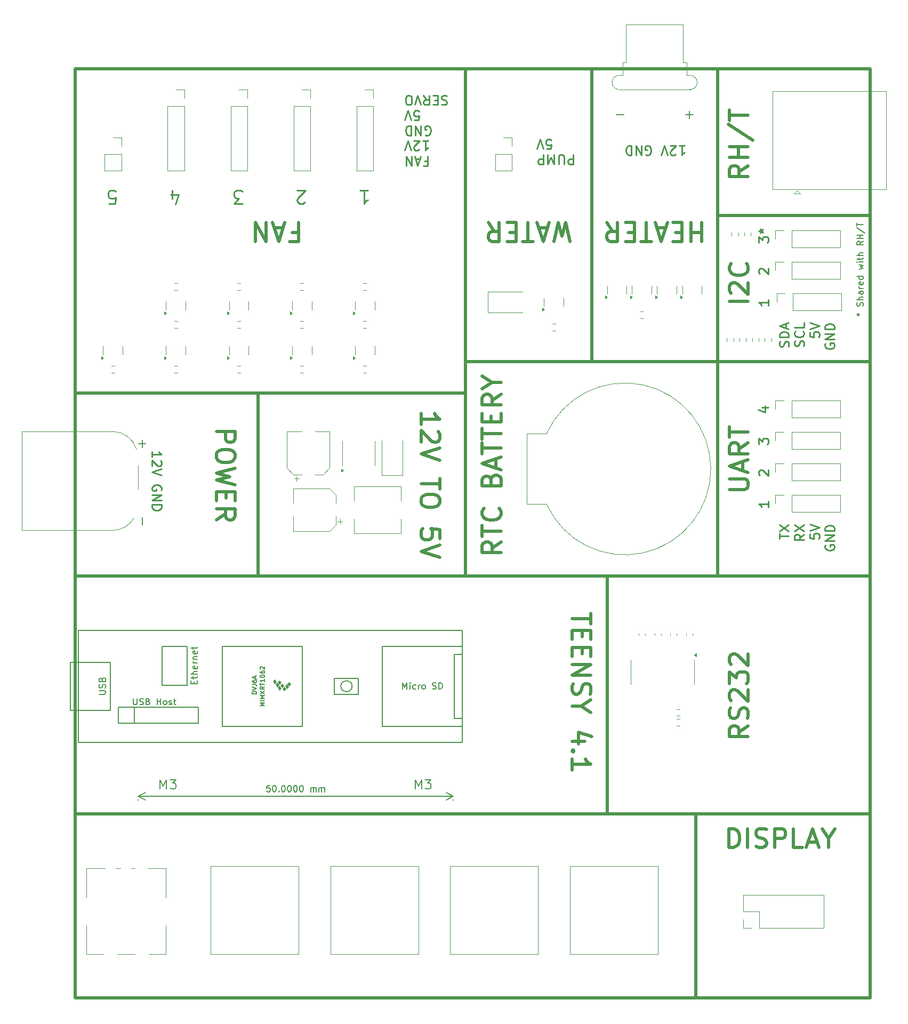
<source format=gto>
G04 #@! TF.GenerationSoftware,KiCad,Pcbnew,8.0.1-8.0.1-0~ubuntu20.04.1*
G04 #@! TF.CreationDate,2024-06-12T16:02:42+01:00*
G04 #@! TF.ProjectId,sensd,73656e73-642e-46b6-9963-61645f706362,rev?*
G04 #@! TF.SameCoordinates,Original*
G04 #@! TF.FileFunction,Legend,Top*
G04 #@! TF.FilePolarity,Positive*
%FSLAX46Y46*%
G04 Gerber Fmt 4.6, Leading zero omitted, Abs format (unit mm)*
G04 Created by KiCad (PCBNEW 8.0.1-8.0.1-0~ubuntu20.04.1) date 2024-06-12 16:02:42*
%MOMM*%
%LPD*%
G01*
G04 APERTURE LIST*
%ADD10C,0.500000*%
%ADD11C,0.250000*%
%ADD12C,0.200000*%
%ADD13C,0.150000*%
%ADD14C,0.120000*%
%ADD15C,0.100000*%
G04 APERTURE END LIST*
D10*
X92000000Y-91500000D02*
X132000000Y-91500000D01*
X132000000Y-125500000D01*
X92000000Y-125500000D01*
X92000000Y-91500000D01*
X114500000Y-125500000D02*
X156250000Y-125500000D01*
X156250000Y-163250000D01*
X114500000Y-163250000D01*
X114500000Y-125500000D01*
X132000000Y-91500000D02*
X156250000Y-91500000D01*
X156250000Y-125500000D01*
X132000000Y-125500000D01*
X132000000Y-91500000D01*
X30000000Y-125500000D02*
X114500000Y-125500000D01*
X114500000Y-163250000D01*
X30000000Y-163250000D01*
X30000000Y-125500000D01*
X132000000Y-45000000D02*
X156250000Y-45000000D01*
X156250000Y-68250000D01*
X132000000Y-68250000D01*
X132000000Y-45000000D01*
X128500000Y-163250000D02*
X156250000Y-163250000D01*
X156250000Y-192500000D01*
X128500000Y-192500000D01*
X128500000Y-163250000D01*
X132000000Y-68250000D02*
X156250000Y-68250000D01*
X156250000Y-91500000D01*
X132000000Y-91500000D01*
X132000000Y-68250000D01*
X30000000Y-96500000D02*
X59000000Y-96500000D01*
X59000000Y-125500000D01*
X30000000Y-125500000D01*
X30000000Y-96500000D01*
X30000000Y-163250000D02*
X128500000Y-163250000D01*
X128500000Y-192500000D01*
X30000000Y-192500000D01*
X30000000Y-163250000D01*
X92000000Y-45000000D02*
X112000000Y-45000000D01*
X112000000Y-91500000D01*
X92000000Y-91500000D01*
X92000000Y-45000000D01*
X59000000Y-96500000D02*
X92000000Y-96500000D01*
X92000000Y-125500000D01*
X59000000Y-125500000D01*
X59000000Y-96500000D01*
X112000000Y-45000000D02*
X132000000Y-45000000D01*
X132000000Y-91500000D01*
X112000000Y-91500000D01*
X112000000Y-45000000D01*
X30000000Y-45000000D02*
X92000000Y-45000000D01*
X92000000Y-96500000D01*
X30000000Y-96500000D01*
X30000000Y-45000000D01*
X111893142Y-131428571D02*
X111893142Y-133142857D01*
X108893142Y-132285714D02*
X111893142Y-132285714D01*
X110464571Y-134142856D02*
X110464571Y-135142856D01*
X108893142Y-135571428D02*
X108893142Y-134142856D01*
X108893142Y-134142856D02*
X111893142Y-134142856D01*
X111893142Y-134142856D02*
X111893142Y-135571428D01*
X110464571Y-136857142D02*
X110464571Y-137857142D01*
X108893142Y-138285714D02*
X108893142Y-136857142D01*
X108893142Y-136857142D02*
X111893142Y-136857142D01*
X111893142Y-136857142D02*
X111893142Y-138285714D01*
X108893142Y-139571428D02*
X111893142Y-139571428D01*
X111893142Y-139571428D02*
X108893142Y-141285714D01*
X108893142Y-141285714D02*
X111893142Y-141285714D01*
X109036000Y-142571428D02*
X108893142Y-143000000D01*
X108893142Y-143000000D02*
X108893142Y-143714285D01*
X108893142Y-143714285D02*
X109036000Y-144000000D01*
X109036000Y-144000000D02*
X109178857Y-144142857D01*
X109178857Y-144142857D02*
X109464571Y-144285714D01*
X109464571Y-144285714D02*
X109750285Y-144285714D01*
X109750285Y-144285714D02*
X110036000Y-144142857D01*
X110036000Y-144142857D02*
X110178857Y-144000000D01*
X110178857Y-144000000D02*
X110321714Y-143714285D01*
X110321714Y-143714285D02*
X110464571Y-143142857D01*
X110464571Y-143142857D02*
X110607428Y-142857142D01*
X110607428Y-142857142D02*
X110750285Y-142714285D01*
X110750285Y-142714285D02*
X111036000Y-142571428D01*
X111036000Y-142571428D02*
X111321714Y-142571428D01*
X111321714Y-142571428D02*
X111607428Y-142714285D01*
X111607428Y-142714285D02*
X111750285Y-142857142D01*
X111750285Y-142857142D02*
X111893142Y-143142857D01*
X111893142Y-143142857D02*
X111893142Y-143857142D01*
X111893142Y-143857142D02*
X111750285Y-144285714D01*
X110321714Y-146142857D02*
X108893142Y-146142857D01*
X111893142Y-145142857D02*
X110321714Y-146142857D01*
X110321714Y-146142857D02*
X111893142Y-147142857D01*
X110893142Y-151714286D02*
X108893142Y-151714286D01*
X112036000Y-151000000D02*
X109893142Y-150285714D01*
X109893142Y-150285714D02*
X109893142Y-152142857D01*
X109178857Y-153285714D02*
X109036000Y-153428571D01*
X109036000Y-153428571D02*
X108893142Y-153285714D01*
X108893142Y-153285714D02*
X109036000Y-153142857D01*
X109036000Y-153142857D02*
X109178857Y-153285714D01*
X109178857Y-153285714D02*
X108893142Y-153285714D01*
X108893142Y-156285714D02*
X108893142Y-154571428D01*
X108893142Y-155428571D02*
X111893142Y-155428571D01*
X111893142Y-155428571D02*
X111464571Y-155142857D01*
X111464571Y-155142857D02*
X111178857Y-154857142D01*
X111178857Y-154857142D02*
X111036000Y-154571428D01*
X136856857Y-81928571D02*
X133856857Y-81928571D01*
X134142571Y-80642857D02*
X133999714Y-80500000D01*
X133999714Y-80500000D02*
X133856857Y-80214286D01*
X133856857Y-80214286D02*
X133856857Y-79500000D01*
X133856857Y-79500000D02*
X133999714Y-79214286D01*
X133999714Y-79214286D02*
X134142571Y-79071428D01*
X134142571Y-79071428D02*
X134428285Y-78928571D01*
X134428285Y-78928571D02*
X134714000Y-78928571D01*
X134714000Y-78928571D02*
X135142571Y-79071428D01*
X135142571Y-79071428D02*
X136856857Y-80785714D01*
X136856857Y-80785714D02*
X136856857Y-78928571D01*
X136571142Y-75928571D02*
X136714000Y-76071428D01*
X136714000Y-76071428D02*
X136856857Y-76500000D01*
X136856857Y-76500000D02*
X136856857Y-76785714D01*
X136856857Y-76785714D02*
X136714000Y-77214285D01*
X136714000Y-77214285D02*
X136428285Y-77500000D01*
X136428285Y-77500000D02*
X136142571Y-77642857D01*
X136142571Y-77642857D02*
X135571142Y-77785714D01*
X135571142Y-77785714D02*
X135142571Y-77785714D01*
X135142571Y-77785714D02*
X134571142Y-77642857D01*
X134571142Y-77642857D02*
X134285428Y-77500000D01*
X134285428Y-77500000D02*
X133999714Y-77214285D01*
X133999714Y-77214285D02*
X133856857Y-76785714D01*
X133856857Y-76785714D02*
X133856857Y-76500000D01*
X133856857Y-76500000D02*
X133999714Y-76071428D01*
X133999714Y-76071428D02*
X134142571Y-75928571D01*
X136856857Y-149285714D02*
X135428285Y-150285714D01*
X136856857Y-151000000D02*
X133856857Y-151000000D01*
X133856857Y-151000000D02*
X133856857Y-149857143D01*
X133856857Y-149857143D02*
X133999714Y-149571428D01*
X133999714Y-149571428D02*
X134142571Y-149428571D01*
X134142571Y-149428571D02*
X134428285Y-149285714D01*
X134428285Y-149285714D02*
X134856857Y-149285714D01*
X134856857Y-149285714D02*
X135142571Y-149428571D01*
X135142571Y-149428571D02*
X135285428Y-149571428D01*
X135285428Y-149571428D02*
X135428285Y-149857143D01*
X135428285Y-149857143D02*
X135428285Y-151000000D01*
X136714000Y-148142857D02*
X136856857Y-147714286D01*
X136856857Y-147714286D02*
X136856857Y-147000000D01*
X136856857Y-147000000D02*
X136714000Y-146714286D01*
X136714000Y-146714286D02*
X136571142Y-146571428D01*
X136571142Y-146571428D02*
X136285428Y-146428571D01*
X136285428Y-146428571D02*
X135999714Y-146428571D01*
X135999714Y-146428571D02*
X135714000Y-146571428D01*
X135714000Y-146571428D02*
X135571142Y-146714286D01*
X135571142Y-146714286D02*
X135428285Y-147000000D01*
X135428285Y-147000000D02*
X135285428Y-147571428D01*
X135285428Y-147571428D02*
X135142571Y-147857143D01*
X135142571Y-147857143D02*
X134999714Y-148000000D01*
X134999714Y-148000000D02*
X134714000Y-148142857D01*
X134714000Y-148142857D02*
X134428285Y-148142857D01*
X134428285Y-148142857D02*
X134142571Y-148000000D01*
X134142571Y-148000000D02*
X133999714Y-147857143D01*
X133999714Y-147857143D02*
X133856857Y-147571428D01*
X133856857Y-147571428D02*
X133856857Y-146857143D01*
X133856857Y-146857143D02*
X133999714Y-146428571D01*
X134142571Y-145285714D02*
X133999714Y-145142857D01*
X133999714Y-145142857D02*
X133856857Y-144857143D01*
X133856857Y-144857143D02*
X133856857Y-144142857D01*
X133856857Y-144142857D02*
X133999714Y-143857143D01*
X133999714Y-143857143D02*
X134142571Y-143714285D01*
X134142571Y-143714285D02*
X134428285Y-143571428D01*
X134428285Y-143571428D02*
X134714000Y-143571428D01*
X134714000Y-143571428D02*
X135142571Y-143714285D01*
X135142571Y-143714285D02*
X136856857Y-145428571D01*
X136856857Y-145428571D02*
X136856857Y-143571428D01*
X133856857Y-142571428D02*
X133856857Y-140714285D01*
X133856857Y-140714285D02*
X134999714Y-141714285D01*
X134999714Y-141714285D02*
X134999714Y-141285714D01*
X134999714Y-141285714D02*
X135142571Y-141000000D01*
X135142571Y-141000000D02*
X135285428Y-140857142D01*
X135285428Y-140857142D02*
X135571142Y-140714285D01*
X135571142Y-140714285D02*
X136285428Y-140714285D01*
X136285428Y-140714285D02*
X136571142Y-140857142D01*
X136571142Y-140857142D02*
X136714000Y-141000000D01*
X136714000Y-141000000D02*
X136856857Y-141285714D01*
X136856857Y-141285714D02*
X136856857Y-142142857D01*
X136856857Y-142142857D02*
X136714000Y-142428571D01*
X136714000Y-142428571D02*
X136571142Y-142571428D01*
X134142571Y-139571428D02*
X133999714Y-139428571D01*
X133999714Y-139428571D02*
X133856857Y-139142857D01*
X133856857Y-139142857D02*
X133856857Y-138428571D01*
X133856857Y-138428571D02*
X133999714Y-138142857D01*
X133999714Y-138142857D02*
X134142571Y-137999999D01*
X134142571Y-137999999D02*
X134428285Y-137857142D01*
X134428285Y-137857142D02*
X134714000Y-137857142D01*
X134714000Y-137857142D02*
X135142571Y-137999999D01*
X135142571Y-137999999D02*
X136856857Y-139714285D01*
X136856857Y-139714285D02*
X136856857Y-137857142D01*
D11*
X140053428Y-113654574D02*
X140053428Y-114540288D01*
X140053428Y-114097431D02*
X138553428Y-114097431D01*
X138553428Y-114097431D02*
X138767714Y-114245050D01*
X138767714Y-114245050D02*
X138910571Y-114392669D01*
X138910571Y-114392669D02*
X138982000Y-114540288D01*
X138696285Y-109521242D02*
X138624857Y-109447433D01*
X138624857Y-109447433D02*
X138553428Y-109299814D01*
X138553428Y-109299814D02*
X138553428Y-108930766D01*
X138553428Y-108930766D02*
X138624857Y-108783147D01*
X138624857Y-108783147D02*
X138696285Y-108709338D01*
X138696285Y-108709338D02*
X138839142Y-108635528D01*
X138839142Y-108635528D02*
X138982000Y-108635528D01*
X138982000Y-108635528D02*
X139196285Y-108709338D01*
X139196285Y-108709338D02*
X140053428Y-109595052D01*
X140053428Y-109595052D02*
X140053428Y-108635528D01*
X138553428Y-104576006D02*
X138553428Y-103616482D01*
X138553428Y-103616482D02*
X139124857Y-104133149D01*
X139124857Y-104133149D02*
X139124857Y-103911720D01*
X139124857Y-103911720D02*
X139196285Y-103764101D01*
X139196285Y-103764101D02*
X139267714Y-103690292D01*
X139267714Y-103690292D02*
X139410571Y-103616482D01*
X139410571Y-103616482D02*
X139767714Y-103616482D01*
X139767714Y-103616482D02*
X139910571Y-103690292D01*
X139910571Y-103690292D02*
X139982000Y-103764101D01*
X139982000Y-103764101D02*
X140053428Y-103911720D01*
X140053428Y-103911720D02*
X140053428Y-104354577D01*
X140053428Y-104354577D02*
X139982000Y-104502196D01*
X139982000Y-104502196D02*
X139910571Y-104576006D01*
X139053428Y-98745055D02*
X140053428Y-98745055D01*
X138482000Y-99114103D02*
X139553428Y-99483150D01*
X139553428Y-99483150D02*
X139553428Y-98523627D01*
D10*
X136856857Y-60357142D02*
X135428285Y-61357142D01*
X136856857Y-62071428D02*
X133856857Y-62071428D01*
X133856857Y-62071428D02*
X133856857Y-60928571D01*
X133856857Y-60928571D02*
X133999714Y-60642856D01*
X133999714Y-60642856D02*
X134142571Y-60499999D01*
X134142571Y-60499999D02*
X134428285Y-60357142D01*
X134428285Y-60357142D02*
X134856857Y-60357142D01*
X134856857Y-60357142D02*
X135142571Y-60499999D01*
X135142571Y-60499999D02*
X135285428Y-60642856D01*
X135285428Y-60642856D02*
X135428285Y-60928571D01*
X135428285Y-60928571D02*
X135428285Y-62071428D01*
X136856857Y-59071428D02*
X133856857Y-59071428D01*
X135285428Y-59071428D02*
X135285428Y-57357142D01*
X136856857Y-57357142D02*
X133856857Y-57357142D01*
X133714000Y-53785714D02*
X137571142Y-56357142D01*
X133856857Y-53214285D02*
X133856857Y-51500000D01*
X136856857Y-52357142D02*
X133856857Y-52357142D01*
D11*
X125878757Y-57196571D02*
X126735900Y-57196571D01*
X126307329Y-57196571D02*
X126307329Y-58696571D01*
X126307329Y-58696571D02*
X126450186Y-58482285D01*
X126450186Y-58482285D02*
X126593043Y-58339428D01*
X126593043Y-58339428D02*
X126735900Y-58268000D01*
X125307329Y-58553714D02*
X125235901Y-58625142D01*
X125235901Y-58625142D02*
X125093044Y-58696571D01*
X125093044Y-58696571D02*
X124735901Y-58696571D01*
X124735901Y-58696571D02*
X124593044Y-58625142D01*
X124593044Y-58625142D02*
X124521615Y-58553714D01*
X124521615Y-58553714D02*
X124450186Y-58410857D01*
X124450186Y-58410857D02*
X124450186Y-58268000D01*
X124450186Y-58268000D02*
X124521615Y-58053714D01*
X124521615Y-58053714D02*
X125378758Y-57196571D01*
X125378758Y-57196571D02*
X124450186Y-57196571D01*
X124021615Y-58696571D02*
X123521615Y-57196571D01*
X123521615Y-57196571D02*
X123021615Y-58696571D01*
X120593044Y-58625142D02*
X120735902Y-58696571D01*
X120735902Y-58696571D02*
X120950187Y-58696571D01*
X120950187Y-58696571D02*
X121164473Y-58625142D01*
X121164473Y-58625142D02*
X121307330Y-58482285D01*
X121307330Y-58482285D02*
X121378759Y-58339428D01*
X121378759Y-58339428D02*
X121450187Y-58053714D01*
X121450187Y-58053714D02*
X121450187Y-57839428D01*
X121450187Y-57839428D02*
X121378759Y-57553714D01*
X121378759Y-57553714D02*
X121307330Y-57410857D01*
X121307330Y-57410857D02*
X121164473Y-57268000D01*
X121164473Y-57268000D02*
X120950187Y-57196571D01*
X120950187Y-57196571D02*
X120807330Y-57196571D01*
X120807330Y-57196571D02*
X120593044Y-57268000D01*
X120593044Y-57268000D02*
X120521616Y-57339428D01*
X120521616Y-57339428D02*
X120521616Y-57839428D01*
X120521616Y-57839428D02*
X120807330Y-57839428D01*
X119878759Y-57196571D02*
X119878759Y-58696571D01*
X119878759Y-58696571D02*
X119021616Y-57196571D01*
X119021616Y-57196571D02*
X119021616Y-58696571D01*
X118307330Y-57196571D02*
X118307330Y-58696571D01*
X118307330Y-58696571D02*
X117950187Y-58696571D01*
X117950187Y-58696571D02*
X117735901Y-58625142D01*
X117735901Y-58625142D02*
X117593044Y-58482285D01*
X117593044Y-58482285D02*
X117521615Y-58339428D01*
X117521615Y-58339428D02*
X117450187Y-58053714D01*
X117450187Y-58053714D02*
X117450187Y-57839428D01*
X117450187Y-57839428D02*
X117521615Y-57553714D01*
X117521615Y-57553714D02*
X117593044Y-57410857D01*
X117593044Y-57410857D02*
X117735901Y-57268000D01*
X117735901Y-57268000D02*
X117950187Y-57196571D01*
X117950187Y-57196571D02*
X118307330Y-57196571D01*
X143237252Y-89093043D02*
X143308680Y-88878758D01*
X143308680Y-88878758D02*
X143308680Y-88521615D01*
X143308680Y-88521615D02*
X143237252Y-88378758D01*
X143237252Y-88378758D02*
X143165823Y-88307329D01*
X143165823Y-88307329D02*
X143022966Y-88235900D01*
X143022966Y-88235900D02*
X142880109Y-88235900D01*
X142880109Y-88235900D02*
X142737252Y-88307329D01*
X142737252Y-88307329D02*
X142665823Y-88378758D01*
X142665823Y-88378758D02*
X142594394Y-88521615D01*
X142594394Y-88521615D02*
X142522966Y-88807329D01*
X142522966Y-88807329D02*
X142451537Y-88950186D01*
X142451537Y-88950186D02*
X142380109Y-89021615D01*
X142380109Y-89021615D02*
X142237252Y-89093043D01*
X142237252Y-89093043D02*
X142094394Y-89093043D01*
X142094394Y-89093043D02*
X141951537Y-89021615D01*
X141951537Y-89021615D02*
X141880109Y-88950186D01*
X141880109Y-88950186D02*
X141808680Y-88807329D01*
X141808680Y-88807329D02*
X141808680Y-88450186D01*
X141808680Y-88450186D02*
X141880109Y-88235900D01*
X143308680Y-87593044D02*
X141808680Y-87593044D01*
X141808680Y-87593044D02*
X141808680Y-87235901D01*
X141808680Y-87235901D02*
X141880109Y-87021615D01*
X141880109Y-87021615D02*
X142022966Y-86878758D01*
X142022966Y-86878758D02*
X142165823Y-86807329D01*
X142165823Y-86807329D02*
X142451537Y-86735901D01*
X142451537Y-86735901D02*
X142665823Y-86735901D01*
X142665823Y-86735901D02*
X142951537Y-86807329D01*
X142951537Y-86807329D02*
X143094394Y-86878758D01*
X143094394Y-86878758D02*
X143237252Y-87021615D01*
X143237252Y-87021615D02*
X143308680Y-87235901D01*
X143308680Y-87235901D02*
X143308680Y-87593044D01*
X142880109Y-86164472D02*
X142880109Y-85450187D01*
X143308680Y-86307329D02*
X141808680Y-85807329D01*
X141808680Y-85807329D02*
X143308680Y-85307329D01*
X145652168Y-89021615D02*
X145723596Y-88807330D01*
X145723596Y-88807330D02*
X145723596Y-88450187D01*
X145723596Y-88450187D02*
X145652168Y-88307330D01*
X145652168Y-88307330D02*
X145580739Y-88235901D01*
X145580739Y-88235901D02*
X145437882Y-88164472D01*
X145437882Y-88164472D02*
X145295025Y-88164472D01*
X145295025Y-88164472D02*
X145152168Y-88235901D01*
X145152168Y-88235901D02*
X145080739Y-88307330D01*
X145080739Y-88307330D02*
X145009310Y-88450187D01*
X145009310Y-88450187D02*
X144937882Y-88735901D01*
X144937882Y-88735901D02*
X144866453Y-88878758D01*
X144866453Y-88878758D02*
X144795025Y-88950187D01*
X144795025Y-88950187D02*
X144652168Y-89021615D01*
X144652168Y-89021615D02*
X144509310Y-89021615D01*
X144509310Y-89021615D02*
X144366453Y-88950187D01*
X144366453Y-88950187D02*
X144295025Y-88878758D01*
X144295025Y-88878758D02*
X144223596Y-88735901D01*
X144223596Y-88735901D02*
X144223596Y-88378758D01*
X144223596Y-88378758D02*
X144295025Y-88164472D01*
X145580739Y-86664473D02*
X145652168Y-86735901D01*
X145652168Y-86735901D02*
X145723596Y-86950187D01*
X145723596Y-86950187D02*
X145723596Y-87093044D01*
X145723596Y-87093044D02*
X145652168Y-87307330D01*
X145652168Y-87307330D02*
X145509310Y-87450187D01*
X145509310Y-87450187D02*
X145366453Y-87521616D01*
X145366453Y-87521616D02*
X145080739Y-87593044D01*
X145080739Y-87593044D02*
X144866453Y-87593044D01*
X144866453Y-87593044D02*
X144580739Y-87521616D01*
X144580739Y-87521616D02*
X144437882Y-87450187D01*
X144437882Y-87450187D02*
X144295025Y-87307330D01*
X144295025Y-87307330D02*
X144223596Y-87093044D01*
X144223596Y-87093044D02*
X144223596Y-86950187D01*
X144223596Y-86950187D02*
X144295025Y-86735901D01*
X144295025Y-86735901D02*
X144366453Y-86664473D01*
X145723596Y-85307330D02*
X145723596Y-86021616D01*
X145723596Y-86021616D02*
X144223596Y-86021616D01*
X146638512Y-86807329D02*
X146638512Y-87521615D01*
X146638512Y-87521615D02*
X147352798Y-87593043D01*
X147352798Y-87593043D02*
X147281369Y-87521615D01*
X147281369Y-87521615D02*
X147209941Y-87378758D01*
X147209941Y-87378758D02*
X147209941Y-87021615D01*
X147209941Y-87021615D02*
X147281369Y-86878758D01*
X147281369Y-86878758D02*
X147352798Y-86807329D01*
X147352798Y-86807329D02*
X147495655Y-86735900D01*
X147495655Y-86735900D02*
X147852798Y-86735900D01*
X147852798Y-86735900D02*
X147995655Y-86807329D01*
X147995655Y-86807329D02*
X148067084Y-86878758D01*
X148067084Y-86878758D02*
X148138512Y-87021615D01*
X148138512Y-87021615D02*
X148138512Y-87378758D01*
X148138512Y-87378758D02*
X148067084Y-87521615D01*
X148067084Y-87521615D02*
X147995655Y-87593043D01*
X146638512Y-86307329D02*
X148138512Y-85807329D01*
X148138512Y-85807329D02*
X146638512Y-85307329D01*
X149124857Y-88593044D02*
X149053428Y-88735902D01*
X149053428Y-88735902D02*
X149053428Y-88950187D01*
X149053428Y-88950187D02*
X149124857Y-89164473D01*
X149124857Y-89164473D02*
X149267714Y-89307330D01*
X149267714Y-89307330D02*
X149410571Y-89378759D01*
X149410571Y-89378759D02*
X149696285Y-89450187D01*
X149696285Y-89450187D02*
X149910571Y-89450187D01*
X149910571Y-89450187D02*
X150196285Y-89378759D01*
X150196285Y-89378759D02*
X150339142Y-89307330D01*
X150339142Y-89307330D02*
X150482000Y-89164473D01*
X150482000Y-89164473D02*
X150553428Y-88950187D01*
X150553428Y-88950187D02*
X150553428Y-88807330D01*
X150553428Y-88807330D02*
X150482000Y-88593044D01*
X150482000Y-88593044D02*
X150410571Y-88521616D01*
X150410571Y-88521616D02*
X149910571Y-88521616D01*
X149910571Y-88521616D02*
X149910571Y-88807330D01*
X150553428Y-87878759D02*
X149053428Y-87878759D01*
X149053428Y-87878759D02*
X150553428Y-87021616D01*
X150553428Y-87021616D02*
X149053428Y-87021616D01*
X150553428Y-86307330D02*
X149053428Y-86307330D01*
X149053428Y-86307330D02*
X149053428Y-85950187D01*
X149053428Y-85950187D02*
X149124857Y-85735901D01*
X149124857Y-85735901D02*
X149267714Y-85593044D01*
X149267714Y-85593044D02*
X149410571Y-85521615D01*
X149410571Y-85521615D02*
X149696285Y-85450187D01*
X149696285Y-85450187D02*
X149910571Y-85450187D01*
X149910571Y-85450187D02*
X150196285Y-85521615D01*
X150196285Y-85521615D02*
X150339142Y-85593044D01*
X150339142Y-85593044D02*
X150482000Y-85735901D01*
X150482000Y-85735901D02*
X150553428Y-85950187D01*
X150553428Y-85950187D02*
X150553428Y-86307330D01*
D10*
X97606857Y-120071428D02*
X96178285Y-121071428D01*
X97606857Y-121785714D02*
X94606857Y-121785714D01*
X94606857Y-121785714D02*
X94606857Y-120642857D01*
X94606857Y-120642857D02*
X94749714Y-120357142D01*
X94749714Y-120357142D02*
X94892571Y-120214285D01*
X94892571Y-120214285D02*
X95178285Y-120071428D01*
X95178285Y-120071428D02*
X95606857Y-120071428D01*
X95606857Y-120071428D02*
X95892571Y-120214285D01*
X95892571Y-120214285D02*
X96035428Y-120357142D01*
X96035428Y-120357142D02*
X96178285Y-120642857D01*
X96178285Y-120642857D02*
X96178285Y-121785714D01*
X94606857Y-119214285D02*
X94606857Y-117500000D01*
X97606857Y-118357142D02*
X94606857Y-118357142D01*
X97321142Y-114785714D02*
X97464000Y-114928571D01*
X97464000Y-114928571D02*
X97606857Y-115357143D01*
X97606857Y-115357143D02*
X97606857Y-115642857D01*
X97606857Y-115642857D02*
X97464000Y-116071428D01*
X97464000Y-116071428D02*
X97178285Y-116357143D01*
X97178285Y-116357143D02*
X96892571Y-116500000D01*
X96892571Y-116500000D02*
X96321142Y-116642857D01*
X96321142Y-116642857D02*
X95892571Y-116642857D01*
X95892571Y-116642857D02*
X95321142Y-116500000D01*
X95321142Y-116500000D02*
X95035428Y-116357143D01*
X95035428Y-116357143D02*
X94749714Y-116071428D01*
X94749714Y-116071428D02*
X94606857Y-115642857D01*
X94606857Y-115642857D02*
X94606857Y-115357143D01*
X94606857Y-115357143D02*
X94749714Y-114928571D01*
X94749714Y-114928571D02*
X94892571Y-114785714D01*
X96035428Y-110214286D02*
X96178285Y-109785714D01*
X96178285Y-109785714D02*
X96321142Y-109642857D01*
X96321142Y-109642857D02*
X96606857Y-109500000D01*
X96606857Y-109500000D02*
X97035428Y-109500000D01*
X97035428Y-109500000D02*
X97321142Y-109642857D01*
X97321142Y-109642857D02*
X97464000Y-109785714D01*
X97464000Y-109785714D02*
X97606857Y-110071429D01*
X97606857Y-110071429D02*
X97606857Y-111214286D01*
X97606857Y-111214286D02*
X94606857Y-111214286D01*
X94606857Y-111214286D02*
X94606857Y-110214286D01*
X94606857Y-110214286D02*
X94749714Y-109928572D01*
X94749714Y-109928572D02*
X94892571Y-109785714D01*
X94892571Y-109785714D02*
X95178285Y-109642857D01*
X95178285Y-109642857D02*
X95464000Y-109642857D01*
X95464000Y-109642857D02*
X95749714Y-109785714D01*
X95749714Y-109785714D02*
X95892571Y-109928572D01*
X95892571Y-109928572D02*
X96035428Y-110214286D01*
X96035428Y-110214286D02*
X96035428Y-111214286D01*
X96749714Y-108357143D02*
X96749714Y-106928572D01*
X97606857Y-108642857D02*
X94606857Y-107642857D01*
X94606857Y-107642857D02*
X97606857Y-106642857D01*
X94606857Y-106071428D02*
X94606857Y-104357143D01*
X97606857Y-105214285D02*
X94606857Y-105214285D01*
X94606857Y-103785714D02*
X94606857Y-102071429D01*
X97606857Y-102928571D02*
X94606857Y-102928571D01*
X96035428Y-101071429D02*
X96035428Y-100071429D01*
X97606857Y-99642857D02*
X97606857Y-101071429D01*
X97606857Y-101071429D02*
X94606857Y-101071429D01*
X94606857Y-101071429D02*
X94606857Y-99642857D01*
X97606857Y-96642857D02*
X96178285Y-97642857D01*
X97606857Y-98357143D02*
X94606857Y-98357143D01*
X94606857Y-98357143D02*
X94606857Y-97214286D01*
X94606857Y-97214286D02*
X94749714Y-96928571D01*
X94749714Y-96928571D02*
X94892571Y-96785714D01*
X94892571Y-96785714D02*
X95178285Y-96642857D01*
X95178285Y-96642857D02*
X95606857Y-96642857D01*
X95606857Y-96642857D02*
X95892571Y-96785714D01*
X95892571Y-96785714D02*
X96035428Y-96928571D01*
X96035428Y-96928571D02*
X96178285Y-97214286D01*
X96178285Y-97214286D02*
X96178285Y-98357143D01*
X96178285Y-94785714D02*
X97606857Y-94785714D01*
X94606857Y-95785714D02*
X96178285Y-94785714D01*
X96178285Y-94785714D02*
X94606857Y-93785714D01*
X108571428Y-72393142D02*
X107857142Y-69393142D01*
X107857142Y-69393142D02*
X107285714Y-71536000D01*
X107285714Y-71536000D02*
X106714285Y-69393142D01*
X106714285Y-69393142D02*
X106000000Y-72393142D01*
X105000000Y-70250285D02*
X103571429Y-70250285D01*
X105285714Y-69393142D02*
X104285714Y-72393142D01*
X104285714Y-72393142D02*
X103285714Y-69393142D01*
X102714285Y-72393142D02*
X101000000Y-72393142D01*
X101857142Y-69393142D02*
X101857142Y-72393142D01*
X100000000Y-70964571D02*
X99000000Y-70964571D01*
X98571428Y-69393142D02*
X100000000Y-69393142D01*
X100000000Y-69393142D02*
X100000000Y-72393142D01*
X100000000Y-72393142D02*
X98571428Y-72393142D01*
X95571428Y-69393142D02*
X96571428Y-70821714D01*
X97285714Y-69393142D02*
X97285714Y-72393142D01*
X97285714Y-72393142D02*
X96142857Y-72393142D01*
X96142857Y-72393142D02*
X95857142Y-72250285D01*
X95857142Y-72250285D02*
X95714285Y-72107428D01*
X95714285Y-72107428D02*
X95571428Y-71821714D01*
X95571428Y-71821714D02*
X95571428Y-71393142D01*
X95571428Y-71393142D02*
X95714285Y-71107428D01*
X95714285Y-71107428D02*
X95857142Y-70964571D01*
X95857142Y-70964571D02*
X96142857Y-70821714D01*
X96142857Y-70821714D02*
X97285714Y-70821714D01*
X133785714Y-168606857D02*
X133785714Y-165606857D01*
X133785714Y-165606857D02*
X134500000Y-165606857D01*
X134500000Y-165606857D02*
X134928571Y-165749714D01*
X134928571Y-165749714D02*
X135214286Y-166035428D01*
X135214286Y-166035428D02*
X135357143Y-166321142D01*
X135357143Y-166321142D02*
X135500000Y-166892571D01*
X135500000Y-166892571D02*
X135500000Y-167321142D01*
X135500000Y-167321142D02*
X135357143Y-167892571D01*
X135357143Y-167892571D02*
X135214286Y-168178285D01*
X135214286Y-168178285D02*
X134928571Y-168464000D01*
X134928571Y-168464000D02*
X134500000Y-168606857D01*
X134500000Y-168606857D02*
X133785714Y-168606857D01*
X136785714Y-168606857D02*
X136785714Y-165606857D01*
X138071428Y-168464000D02*
X138500000Y-168606857D01*
X138500000Y-168606857D02*
X139214285Y-168606857D01*
X139214285Y-168606857D02*
X139500000Y-168464000D01*
X139500000Y-168464000D02*
X139642857Y-168321142D01*
X139642857Y-168321142D02*
X139785714Y-168035428D01*
X139785714Y-168035428D02*
X139785714Y-167749714D01*
X139785714Y-167749714D02*
X139642857Y-167464000D01*
X139642857Y-167464000D02*
X139500000Y-167321142D01*
X139500000Y-167321142D02*
X139214285Y-167178285D01*
X139214285Y-167178285D02*
X138642857Y-167035428D01*
X138642857Y-167035428D02*
X138357142Y-166892571D01*
X138357142Y-166892571D02*
X138214285Y-166749714D01*
X138214285Y-166749714D02*
X138071428Y-166464000D01*
X138071428Y-166464000D02*
X138071428Y-166178285D01*
X138071428Y-166178285D02*
X138214285Y-165892571D01*
X138214285Y-165892571D02*
X138357142Y-165749714D01*
X138357142Y-165749714D02*
X138642857Y-165606857D01*
X138642857Y-165606857D02*
X139357142Y-165606857D01*
X139357142Y-165606857D02*
X139785714Y-165749714D01*
X141071428Y-168606857D02*
X141071428Y-165606857D01*
X141071428Y-165606857D02*
X142214285Y-165606857D01*
X142214285Y-165606857D02*
X142500000Y-165749714D01*
X142500000Y-165749714D02*
X142642857Y-165892571D01*
X142642857Y-165892571D02*
X142785714Y-166178285D01*
X142785714Y-166178285D02*
X142785714Y-166606857D01*
X142785714Y-166606857D02*
X142642857Y-166892571D01*
X142642857Y-166892571D02*
X142500000Y-167035428D01*
X142500000Y-167035428D02*
X142214285Y-167178285D01*
X142214285Y-167178285D02*
X141071428Y-167178285D01*
X145500000Y-168606857D02*
X144071428Y-168606857D01*
X144071428Y-168606857D02*
X144071428Y-165606857D01*
X146357142Y-167749714D02*
X147785714Y-167749714D01*
X146071428Y-168606857D02*
X147071428Y-165606857D01*
X147071428Y-165606857D02*
X148071428Y-168606857D01*
X149642857Y-167178285D02*
X149642857Y-168606857D01*
X148642857Y-165606857D02*
X149642857Y-167178285D01*
X149642857Y-167178285D02*
X150642857Y-165606857D01*
X133856857Y-111785714D02*
X136285428Y-111785714D01*
X136285428Y-111785714D02*
X136571142Y-111642857D01*
X136571142Y-111642857D02*
X136714000Y-111500000D01*
X136714000Y-111500000D02*
X136856857Y-111214285D01*
X136856857Y-111214285D02*
X136856857Y-110642857D01*
X136856857Y-110642857D02*
X136714000Y-110357142D01*
X136714000Y-110357142D02*
X136571142Y-110214285D01*
X136571142Y-110214285D02*
X136285428Y-110071428D01*
X136285428Y-110071428D02*
X133856857Y-110071428D01*
X135999714Y-108785714D02*
X135999714Y-107357143D01*
X136856857Y-109071428D02*
X133856857Y-108071428D01*
X133856857Y-108071428D02*
X136856857Y-107071428D01*
X136856857Y-104357142D02*
X135428285Y-105357142D01*
X136856857Y-106071428D02*
X133856857Y-106071428D01*
X133856857Y-106071428D02*
X133856857Y-104928571D01*
X133856857Y-104928571D02*
X133999714Y-104642856D01*
X133999714Y-104642856D02*
X134142571Y-104499999D01*
X134142571Y-104499999D02*
X134428285Y-104357142D01*
X134428285Y-104357142D02*
X134856857Y-104357142D01*
X134856857Y-104357142D02*
X135142571Y-104499999D01*
X135142571Y-104499999D02*
X135285428Y-104642856D01*
X135285428Y-104642856D02*
X135428285Y-104928571D01*
X135428285Y-104928571D02*
X135428285Y-106071428D01*
X133856857Y-103499999D02*
X133856857Y-101785714D01*
X136856857Y-102642856D02*
X133856857Y-102642856D01*
X52393142Y-102571428D02*
X55393142Y-102571428D01*
X55393142Y-102571428D02*
X55393142Y-103714285D01*
X55393142Y-103714285D02*
X55250285Y-104000000D01*
X55250285Y-104000000D02*
X55107428Y-104142857D01*
X55107428Y-104142857D02*
X54821714Y-104285714D01*
X54821714Y-104285714D02*
X54393142Y-104285714D01*
X54393142Y-104285714D02*
X54107428Y-104142857D01*
X54107428Y-104142857D02*
X53964571Y-104000000D01*
X53964571Y-104000000D02*
X53821714Y-103714285D01*
X53821714Y-103714285D02*
X53821714Y-102571428D01*
X55393142Y-106142857D02*
X55393142Y-106714285D01*
X55393142Y-106714285D02*
X55250285Y-107000000D01*
X55250285Y-107000000D02*
X54964571Y-107285714D01*
X54964571Y-107285714D02*
X54393142Y-107428571D01*
X54393142Y-107428571D02*
X53393142Y-107428571D01*
X53393142Y-107428571D02*
X52821714Y-107285714D01*
X52821714Y-107285714D02*
X52536000Y-107000000D01*
X52536000Y-107000000D02*
X52393142Y-106714285D01*
X52393142Y-106714285D02*
X52393142Y-106142857D01*
X52393142Y-106142857D02*
X52536000Y-105857143D01*
X52536000Y-105857143D02*
X52821714Y-105571428D01*
X52821714Y-105571428D02*
X53393142Y-105428571D01*
X53393142Y-105428571D02*
X54393142Y-105428571D01*
X54393142Y-105428571D02*
X54964571Y-105571428D01*
X54964571Y-105571428D02*
X55250285Y-105857143D01*
X55250285Y-105857143D02*
X55393142Y-106142857D01*
X55393142Y-108428571D02*
X52393142Y-109142857D01*
X52393142Y-109142857D02*
X54536000Y-109714285D01*
X54536000Y-109714285D02*
X52393142Y-110285714D01*
X52393142Y-110285714D02*
X55393142Y-111000000D01*
X53964571Y-112142856D02*
X53964571Y-113142856D01*
X52393142Y-113571428D02*
X52393142Y-112142856D01*
X52393142Y-112142856D02*
X55393142Y-112142856D01*
X55393142Y-112142856D02*
X55393142Y-113571428D01*
X52393142Y-116571428D02*
X53821714Y-115571428D01*
X52393142Y-114857142D02*
X55393142Y-114857142D01*
X55393142Y-114857142D02*
X55393142Y-115999999D01*
X55393142Y-115999999D02*
X55250285Y-116285714D01*
X55250285Y-116285714D02*
X55107428Y-116428571D01*
X55107428Y-116428571D02*
X54821714Y-116571428D01*
X54821714Y-116571428D02*
X54393142Y-116571428D01*
X54393142Y-116571428D02*
X54107428Y-116428571D01*
X54107428Y-116428571D02*
X53964571Y-116285714D01*
X53964571Y-116285714D02*
X53821714Y-115999999D01*
X53821714Y-115999999D02*
X53821714Y-114857142D01*
D12*
X43488720Y-159306028D02*
X43488720Y-157806028D01*
X43488720Y-157806028D02*
X43988720Y-158877457D01*
X43988720Y-158877457D02*
X44488720Y-157806028D01*
X44488720Y-157806028D02*
X44488720Y-159306028D01*
X45060149Y-157806028D02*
X45988721Y-157806028D01*
X45988721Y-157806028D02*
X45488721Y-158377457D01*
X45488721Y-158377457D02*
X45703006Y-158377457D01*
X45703006Y-158377457D02*
X45845864Y-158448885D01*
X45845864Y-158448885D02*
X45917292Y-158520314D01*
X45917292Y-158520314D02*
X45988721Y-158663171D01*
X45988721Y-158663171D02*
X45988721Y-159020314D01*
X45988721Y-159020314D02*
X45917292Y-159163171D01*
X45917292Y-159163171D02*
X45845864Y-159234600D01*
X45845864Y-159234600D02*
X45703006Y-159306028D01*
X45703006Y-159306028D02*
X45274435Y-159306028D01*
X45274435Y-159306028D02*
X45131578Y-159234600D01*
X45131578Y-159234600D02*
X45060149Y-159163171D01*
X83988720Y-159306028D02*
X83988720Y-157806028D01*
X83988720Y-157806028D02*
X84488720Y-158877457D01*
X84488720Y-158877457D02*
X84988720Y-157806028D01*
X84988720Y-157806028D02*
X84988720Y-159306028D01*
X85560149Y-157806028D02*
X86488721Y-157806028D01*
X86488721Y-157806028D02*
X85988721Y-158377457D01*
X85988721Y-158377457D02*
X86203006Y-158377457D01*
X86203006Y-158377457D02*
X86345864Y-158448885D01*
X86345864Y-158448885D02*
X86417292Y-158520314D01*
X86417292Y-158520314D02*
X86488721Y-158663171D01*
X86488721Y-158663171D02*
X86488721Y-159020314D01*
X86488721Y-159020314D02*
X86417292Y-159163171D01*
X86417292Y-159163171D02*
X86345864Y-159234600D01*
X86345864Y-159234600D02*
X86203006Y-159306028D01*
X86203006Y-159306028D02*
X85774435Y-159306028D01*
X85774435Y-159306028D02*
X85631578Y-159234600D01*
X85631578Y-159234600D02*
X85560149Y-159163171D01*
D11*
X141808680Y-119593043D02*
X141808680Y-118735901D01*
X143308680Y-119164472D02*
X141808680Y-119164472D01*
X141808680Y-118378758D02*
X143308680Y-117378758D01*
X141808680Y-117378758D02*
X143308680Y-118378758D01*
X145723596Y-118878758D02*
X145009310Y-119378758D01*
X145723596Y-119735901D02*
X144223596Y-119735901D01*
X144223596Y-119735901D02*
X144223596Y-119164472D01*
X144223596Y-119164472D02*
X144295025Y-119021615D01*
X144295025Y-119021615D02*
X144366453Y-118950186D01*
X144366453Y-118950186D02*
X144509310Y-118878758D01*
X144509310Y-118878758D02*
X144723596Y-118878758D01*
X144723596Y-118878758D02*
X144866453Y-118950186D01*
X144866453Y-118950186D02*
X144937882Y-119021615D01*
X144937882Y-119021615D02*
X145009310Y-119164472D01*
X145009310Y-119164472D02*
X145009310Y-119735901D01*
X144223596Y-118378758D02*
X145723596Y-117378758D01*
X144223596Y-117378758D02*
X145723596Y-118378758D01*
X146638512Y-118807329D02*
X146638512Y-119521615D01*
X146638512Y-119521615D02*
X147352798Y-119593043D01*
X147352798Y-119593043D02*
X147281369Y-119521615D01*
X147281369Y-119521615D02*
X147209941Y-119378758D01*
X147209941Y-119378758D02*
X147209941Y-119021615D01*
X147209941Y-119021615D02*
X147281369Y-118878758D01*
X147281369Y-118878758D02*
X147352798Y-118807329D01*
X147352798Y-118807329D02*
X147495655Y-118735900D01*
X147495655Y-118735900D02*
X147852798Y-118735900D01*
X147852798Y-118735900D02*
X147995655Y-118807329D01*
X147995655Y-118807329D02*
X148067084Y-118878758D01*
X148067084Y-118878758D02*
X148138512Y-119021615D01*
X148138512Y-119021615D02*
X148138512Y-119378758D01*
X148138512Y-119378758D02*
X148067084Y-119521615D01*
X148067084Y-119521615D02*
X147995655Y-119593043D01*
X146638512Y-118307329D02*
X148138512Y-117807329D01*
X148138512Y-117807329D02*
X146638512Y-117307329D01*
X149124857Y-120593044D02*
X149053428Y-120735902D01*
X149053428Y-120735902D02*
X149053428Y-120950187D01*
X149053428Y-120950187D02*
X149124857Y-121164473D01*
X149124857Y-121164473D02*
X149267714Y-121307330D01*
X149267714Y-121307330D02*
X149410571Y-121378759D01*
X149410571Y-121378759D02*
X149696285Y-121450187D01*
X149696285Y-121450187D02*
X149910571Y-121450187D01*
X149910571Y-121450187D02*
X150196285Y-121378759D01*
X150196285Y-121378759D02*
X150339142Y-121307330D01*
X150339142Y-121307330D02*
X150482000Y-121164473D01*
X150482000Y-121164473D02*
X150553428Y-120950187D01*
X150553428Y-120950187D02*
X150553428Y-120807330D01*
X150553428Y-120807330D02*
X150482000Y-120593044D01*
X150482000Y-120593044D02*
X150410571Y-120521616D01*
X150410571Y-120521616D02*
X149910571Y-120521616D01*
X149910571Y-120521616D02*
X149910571Y-120807330D01*
X150553428Y-119878759D02*
X149053428Y-119878759D01*
X149053428Y-119878759D02*
X150553428Y-119021616D01*
X150553428Y-119021616D02*
X149053428Y-119021616D01*
X150553428Y-118307330D02*
X149053428Y-118307330D01*
X149053428Y-118307330D02*
X149053428Y-117950187D01*
X149053428Y-117950187D02*
X149124857Y-117735901D01*
X149124857Y-117735901D02*
X149267714Y-117593044D01*
X149267714Y-117593044D02*
X149410571Y-117521615D01*
X149410571Y-117521615D02*
X149696285Y-117450187D01*
X149696285Y-117450187D02*
X149910571Y-117450187D01*
X149910571Y-117450187D02*
X150196285Y-117521615D01*
X150196285Y-117521615D02*
X150339142Y-117593044D01*
X150339142Y-117593044D02*
X150482000Y-117735901D01*
X150482000Y-117735901D02*
X150553428Y-117950187D01*
X150553428Y-117950187D02*
X150553428Y-118307330D01*
D10*
X129500000Y-69393142D02*
X129500000Y-72393142D01*
X129500000Y-70964571D02*
X127785714Y-70964571D01*
X127785714Y-69393142D02*
X127785714Y-72393142D01*
X126357143Y-70964571D02*
X125357143Y-70964571D01*
X124928571Y-69393142D02*
X126357143Y-69393142D01*
X126357143Y-69393142D02*
X126357143Y-72393142D01*
X126357143Y-72393142D02*
X124928571Y-72393142D01*
X123785714Y-70250285D02*
X122357143Y-70250285D01*
X124071428Y-69393142D02*
X123071428Y-72393142D01*
X123071428Y-72393142D02*
X122071428Y-69393142D01*
X121499999Y-72393142D02*
X119785714Y-72393142D01*
X120642856Y-69393142D02*
X120642856Y-72393142D01*
X118785714Y-70964571D02*
X117785714Y-70964571D01*
X117357142Y-69393142D02*
X118785714Y-69393142D01*
X118785714Y-69393142D02*
X118785714Y-72393142D01*
X118785714Y-72393142D02*
X117357142Y-72393142D01*
X114357142Y-69393142D02*
X115357142Y-70821714D01*
X116071428Y-69393142D02*
X116071428Y-72393142D01*
X116071428Y-72393142D02*
X114928571Y-72393142D01*
X114928571Y-72393142D02*
X114642856Y-72250285D01*
X114642856Y-72250285D02*
X114499999Y-72107428D01*
X114499999Y-72107428D02*
X114357142Y-71821714D01*
X114357142Y-71821714D02*
X114357142Y-71393142D01*
X114357142Y-71393142D02*
X114499999Y-71107428D01*
X114499999Y-71107428D02*
X114642856Y-70964571D01*
X114642856Y-70964571D02*
X114928571Y-70821714D01*
X114928571Y-70821714D02*
X116071428Y-70821714D01*
D11*
X140053428Y-81654574D02*
X140053428Y-82540288D01*
X140053428Y-82097431D02*
X138553428Y-82097431D01*
X138553428Y-82097431D02*
X138767714Y-82245050D01*
X138767714Y-82245050D02*
X138910571Y-82392669D01*
X138910571Y-82392669D02*
X138982000Y-82540288D01*
X138696285Y-77521242D02*
X138624857Y-77447433D01*
X138624857Y-77447433D02*
X138553428Y-77299814D01*
X138553428Y-77299814D02*
X138553428Y-76930766D01*
X138553428Y-76930766D02*
X138624857Y-76783147D01*
X138624857Y-76783147D02*
X138696285Y-76709338D01*
X138696285Y-76709338D02*
X138839142Y-76635528D01*
X138839142Y-76635528D02*
X138982000Y-76635528D01*
X138982000Y-76635528D02*
X139196285Y-76709338D01*
X139196285Y-76709338D02*
X140053428Y-77595052D01*
X140053428Y-77595052D02*
X140053428Y-76635528D01*
X138553428Y-72576006D02*
X138553428Y-71616482D01*
X138553428Y-71616482D02*
X139124857Y-72133149D01*
X139124857Y-72133149D02*
X139124857Y-71911720D01*
X139124857Y-71911720D02*
X139196285Y-71764101D01*
X139196285Y-71764101D02*
X139267714Y-71690292D01*
X139267714Y-71690292D02*
X139410571Y-71616482D01*
X139410571Y-71616482D02*
X139767714Y-71616482D01*
X139767714Y-71616482D02*
X139910571Y-71690292D01*
X139910571Y-71690292D02*
X139982000Y-71764101D01*
X139982000Y-71764101D02*
X140053428Y-71911720D01*
X140053428Y-71911720D02*
X140053428Y-72354577D01*
X140053428Y-72354577D02*
X139982000Y-72502196D01*
X139982000Y-72502196D02*
X139910571Y-72576006D01*
X138553428Y-70730768D02*
X138910571Y-70730768D01*
X138767714Y-71099816D02*
X138910571Y-70730768D01*
X138910571Y-70730768D02*
X138767714Y-70361721D01*
X139196285Y-70952197D02*
X138910571Y-70730768D01*
X138910571Y-70730768D02*
X139196285Y-70509340D01*
X42196571Y-106621242D02*
X42196571Y-105764099D01*
X42196571Y-106192670D02*
X43696571Y-106192670D01*
X43696571Y-106192670D02*
X43482285Y-106049813D01*
X43482285Y-106049813D02*
X43339428Y-105906956D01*
X43339428Y-105906956D02*
X43268000Y-105764099D01*
X43553714Y-107192670D02*
X43625142Y-107264098D01*
X43625142Y-107264098D02*
X43696571Y-107406956D01*
X43696571Y-107406956D02*
X43696571Y-107764098D01*
X43696571Y-107764098D02*
X43625142Y-107906956D01*
X43625142Y-107906956D02*
X43553714Y-107978384D01*
X43553714Y-107978384D02*
X43410857Y-108049813D01*
X43410857Y-108049813D02*
X43268000Y-108049813D01*
X43268000Y-108049813D02*
X43053714Y-107978384D01*
X43053714Y-107978384D02*
X42196571Y-107121241D01*
X42196571Y-107121241D02*
X42196571Y-108049813D01*
X43696571Y-108478384D02*
X42196571Y-108978384D01*
X42196571Y-108978384D02*
X43696571Y-109478384D01*
X43625142Y-111906955D02*
X43696571Y-111764098D01*
X43696571Y-111764098D02*
X43696571Y-111549812D01*
X43696571Y-111549812D02*
X43625142Y-111335526D01*
X43625142Y-111335526D02*
X43482285Y-111192669D01*
X43482285Y-111192669D02*
X43339428Y-111121240D01*
X43339428Y-111121240D02*
X43053714Y-111049812D01*
X43053714Y-111049812D02*
X42839428Y-111049812D01*
X42839428Y-111049812D02*
X42553714Y-111121240D01*
X42553714Y-111121240D02*
X42410857Y-111192669D01*
X42410857Y-111192669D02*
X42268000Y-111335526D01*
X42268000Y-111335526D02*
X42196571Y-111549812D01*
X42196571Y-111549812D02*
X42196571Y-111692669D01*
X42196571Y-111692669D02*
X42268000Y-111906955D01*
X42268000Y-111906955D02*
X42339428Y-111978383D01*
X42339428Y-111978383D02*
X42839428Y-111978383D01*
X42839428Y-111978383D02*
X42839428Y-111692669D01*
X42196571Y-112621240D02*
X43696571Y-112621240D01*
X43696571Y-112621240D02*
X42196571Y-113478383D01*
X42196571Y-113478383D02*
X43696571Y-113478383D01*
X42196571Y-114192669D02*
X43696571Y-114192669D01*
X43696571Y-114192669D02*
X43696571Y-114549812D01*
X43696571Y-114549812D02*
X43625142Y-114764098D01*
X43625142Y-114764098D02*
X43482285Y-114906955D01*
X43482285Y-114906955D02*
X43339428Y-114978384D01*
X43339428Y-114978384D02*
X43053714Y-115049812D01*
X43053714Y-115049812D02*
X42839428Y-115049812D01*
X42839428Y-115049812D02*
X42553714Y-114978384D01*
X42553714Y-114978384D02*
X42410857Y-114906955D01*
X42410857Y-114906955D02*
X42268000Y-114764098D01*
X42268000Y-114764098D02*
X42196571Y-114549812D01*
X42196571Y-114549812D02*
X42196571Y-114192669D01*
D10*
X84893142Y-101428571D02*
X84893142Y-99714285D01*
X84893142Y-100571428D02*
X87893142Y-100571428D01*
X87893142Y-100571428D02*
X87464571Y-100285714D01*
X87464571Y-100285714D02*
X87178857Y-99999999D01*
X87178857Y-99999999D02*
X87036000Y-99714285D01*
X87607428Y-102571428D02*
X87750285Y-102714285D01*
X87750285Y-102714285D02*
X87893142Y-103000000D01*
X87893142Y-103000000D02*
X87893142Y-103714285D01*
X87893142Y-103714285D02*
X87750285Y-104000000D01*
X87750285Y-104000000D02*
X87607428Y-104142857D01*
X87607428Y-104142857D02*
X87321714Y-104285714D01*
X87321714Y-104285714D02*
X87036000Y-104285714D01*
X87036000Y-104285714D02*
X86607428Y-104142857D01*
X86607428Y-104142857D02*
X84893142Y-102428571D01*
X84893142Y-102428571D02*
X84893142Y-104285714D01*
X87893142Y-105142857D02*
X84893142Y-106142857D01*
X84893142Y-106142857D02*
X87893142Y-107142857D01*
X87893142Y-110000000D02*
X87893142Y-111714286D01*
X84893142Y-110857143D02*
X87893142Y-110857143D01*
X87893142Y-113285714D02*
X87893142Y-113857142D01*
X87893142Y-113857142D02*
X87750285Y-114142857D01*
X87750285Y-114142857D02*
X87464571Y-114428571D01*
X87464571Y-114428571D02*
X86893142Y-114571428D01*
X86893142Y-114571428D02*
X85893142Y-114571428D01*
X85893142Y-114571428D02*
X85321714Y-114428571D01*
X85321714Y-114428571D02*
X85036000Y-114142857D01*
X85036000Y-114142857D02*
X84893142Y-113857142D01*
X84893142Y-113857142D02*
X84893142Y-113285714D01*
X84893142Y-113285714D02*
X85036000Y-113000000D01*
X85036000Y-113000000D02*
X85321714Y-112714285D01*
X85321714Y-112714285D02*
X85893142Y-112571428D01*
X85893142Y-112571428D02*
X86893142Y-112571428D01*
X86893142Y-112571428D02*
X87464571Y-112714285D01*
X87464571Y-112714285D02*
X87750285Y-113000000D01*
X87750285Y-113000000D02*
X87893142Y-113285714D01*
X87893142Y-119571428D02*
X87893142Y-118142856D01*
X87893142Y-118142856D02*
X86464571Y-117999999D01*
X86464571Y-117999999D02*
X86607428Y-118142856D01*
X86607428Y-118142856D02*
X86750285Y-118428571D01*
X86750285Y-118428571D02*
X86750285Y-119142856D01*
X86750285Y-119142856D02*
X86607428Y-119428571D01*
X86607428Y-119428571D02*
X86464571Y-119571428D01*
X86464571Y-119571428D02*
X86178857Y-119714285D01*
X86178857Y-119714285D02*
X85464571Y-119714285D01*
X85464571Y-119714285D02*
X85178857Y-119571428D01*
X85178857Y-119571428D02*
X85036000Y-119428571D01*
X85036000Y-119428571D02*
X84893142Y-119142856D01*
X84893142Y-119142856D02*
X84893142Y-118428571D01*
X84893142Y-118428571D02*
X85036000Y-118142856D01*
X85036000Y-118142856D02*
X85178857Y-117999999D01*
X87893142Y-120571428D02*
X84893142Y-121571428D01*
X84893142Y-121571428D02*
X87893142Y-122571428D01*
X64428571Y-70964571D02*
X65428571Y-70964571D01*
X65428571Y-69393142D02*
X65428571Y-72393142D01*
X65428571Y-72393142D02*
X63999999Y-72393142D01*
X62999999Y-70250285D02*
X61571428Y-70250285D01*
X63285713Y-69393142D02*
X62285713Y-72393142D01*
X62285713Y-72393142D02*
X61285713Y-69393142D01*
X60285713Y-69393142D02*
X60285713Y-72393142D01*
X60285713Y-72393142D02*
X58571427Y-69393142D01*
X58571427Y-69393142D02*
X58571427Y-72393142D01*
D11*
X85450187Y-59641949D02*
X85950187Y-59641949D01*
X85950187Y-58856235D02*
X85950187Y-60356235D01*
X85950187Y-60356235D02*
X85235901Y-60356235D01*
X84735901Y-59284806D02*
X84021616Y-59284806D01*
X84878758Y-58856235D02*
X84378758Y-60356235D01*
X84378758Y-60356235D02*
X83878758Y-58856235D01*
X83378759Y-58856235D02*
X83378759Y-60356235D01*
X83378759Y-60356235D02*
X82521616Y-58856235D01*
X82521616Y-58856235D02*
X82521616Y-60356235D01*
X85164471Y-56441319D02*
X86021614Y-56441319D01*
X85593043Y-56441319D02*
X85593043Y-57941319D01*
X85593043Y-57941319D02*
X85735900Y-57727033D01*
X85735900Y-57727033D02*
X85878757Y-57584176D01*
X85878757Y-57584176D02*
X86021614Y-57512748D01*
X84593043Y-57798462D02*
X84521615Y-57869890D01*
X84521615Y-57869890D02*
X84378758Y-57941319D01*
X84378758Y-57941319D02*
X84021615Y-57941319D01*
X84021615Y-57941319D02*
X83878758Y-57869890D01*
X83878758Y-57869890D02*
X83807329Y-57798462D01*
X83807329Y-57798462D02*
X83735900Y-57655605D01*
X83735900Y-57655605D02*
X83735900Y-57512748D01*
X83735900Y-57512748D02*
X83807329Y-57298462D01*
X83807329Y-57298462D02*
X84664472Y-56441319D01*
X84664472Y-56441319D02*
X83735900Y-56441319D01*
X83307329Y-57941319D02*
X82807329Y-56441319D01*
X82807329Y-56441319D02*
X82307329Y-57941319D01*
X85593044Y-55454974D02*
X85735902Y-55526403D01*
X85735902Y-55526403D02*
X85950187Y-55526403D01*
X85950187Y-55526403D02*
X86164473Y-55454974D01*
X86164473Y-55454974D02*
X86307330Y-55312117D01*
X86307330Y-55312117D02*
X86378759Y-55169260D01*
X86378759Y-55169260D02*
X86450187Y-54883546D01*
X86450187Y-54883546D02*
X86450187Y-54669260D01*
X86450187Y-54669260D02*
X86378759Y-54383546D01*
X86378759Y-54383546D02*
X86307330Y-54240689D01*
X86307330Y-54240689D02*
X86164473Y-54097832D01*
X86164473Y-54097832D02*
X85950187Y-54026403D01*
X85950187Y-54026403D02*
X85807330Y-54026403D01*
X85807330Y-54026403D02*
X85593044Y-54097832D01*
X85593044Y-54097832D02*
X85521616Y-54169260D01*
X85521616Y-54169260D02*
X85521616Y-54669260D01*
X85521616Y-54669260D02*
X85807330Y-54669260D01*
X84878759Y-54026403D02*
X84878759Y-55526403D01*
X84878759Y-55526403D02*
X84021616Y-54026403D01*
X84021616Y-54026403D02*
X84021616Y-55526403D01*
X83307330Y-54026403D02*
X83307330Y-55526403D01*
X83307330Y-55526403D02*
X82950187Y-55526403D01*
X82950187Y-55526403D02*
X82735901Y-55454974D01*
X82735901Y-55454974D02*
X82593044Y-55312117D01*
X82593044Y-55312117D02*
X82521615Y-55169260D01*
X82521615Y-55169260D02*
X82450187Y-54883546D01*
X82450187Y-54883546D02*
X82450187Y-54669260D01*
X82450187Y-54669260D02*
X82521615Y-54383546D01*
X82521615Y-54383546D02*
X82593044Y-54240689D01*
X82593044Y-54240689D02*
X82735901Y-54097832D01*
X82735901Y-54097832D02*
X82950187Y-54026403D01*
X82950187Y-54026403D02*
X83307330Y-54026403D01*
X83807329Y-53111487D02*
X84521615Y-53111487D01*
X84521615Y-53111487D02*
X84593043Y-52397201D01*
X84593043Y-52397201D02*
X84521615Y-52468630D01*
X84521615Y-52468630D02*
X84378758Y-52540058D01*
X84378758Y-52540058D02*
X84021615Y-52540058D01*
X84021615Y-52540058D02*
X83878758Y-52468630D01*
X83878758Y-52468630D02*
X83807329Y-52397201D01*
X83807329Y-52397201D02*
X83735900Y-52254344D01*
X83735900Y-52254344D02*
X83735900Y-51897201D01*
X83735900Y-51897201D02*
X83807329Y-51754344D01*
X83807329Y-51754344D02*
X83878758Y-51682916D01*
X83878758Y-51682916D02*
X84021615Y-51611487D01*
X84021615Y-51611487D02*
X84378758Y-51611487D01*
X84378758Y-51611487D02*
X84521615Y-51682916D01*
X84521615Y-51682916D02*
X84593043Y-51754344D01*
X83307329Y-53111487D02*
X82807329Y-51611487D01*
X82807329Y-51611487D02*
X82307329Y-53111487D01*
X89021615Y-49268000D02*
X88807330Y-49196571D01*
X88807330Y-49196571D02*
X88450187Y-49196571D01*
X88450187Y-49196571D02*
X88307330Y-49268000D01*
X88307330Y-49268000D02*
X88235901Y-49339428D01*
X88235901Y-49339428D02*
X88164472Y-49482285D01*
X88164472Y-49482285D02*
X88164472Y-49625142D01*
X88164472Y-49625142D02*
X88235901Y-49768000D01*
X88235901Y-49768000D02*
X88307330Y-49839428D01*
X88307330Y-49839428D02*
X88450187Y-49910857D01*
X88450187Y-49910857D02*
X88735901Y-49982285D01*
X88735901Y-49982285D02*
X88878758Y-50053714D01*
X88878758Y-50053714D02*
X88950187Y-50125142D01*
X88950187Y-50125142D02*
X89021615Y-50268000D01*
X89021615Y-50268000D02*
X89021615Y-50410857D01*
X89021615Y-50410857D02*
X88950187Y-50553714D01*
X88950187Y-50553714D02*
X88878758Y-50625142D01*
X88878758Y-50625142D02*
X88735901Y-50696571D01*
X88735901Y-50696571D02*
X88378758Y-50696571D01*
X88378758Y-50696571D02*
X88164472Y-50625142D01*
X87521616Y-49982285D02*
X87021616Y-49982285D01*
X86807330Y-49196571D02*
X87521616Y-49196571D01*
X87521616Y-49196571D02*
X87521616Y-50696571D01*
X87521616Y-50696571D02*
X86807330Y-50696571D01*
X85307330Y-49196571D02*
X85807330Y-49910857D01*
X86164473Y-49196571D02*
X86164473Y-50696571D01*
X86164473Y-50696571D02*
X85593044Y-50696571D01*
X85593044Y-50696571D02*
X85450187Y-50625142D01*
X85450187Y-50625142D02*
X85378758Y-50553714D01*
X85378758Y-50553714D02*
X85307330Y-50410857D01*
X85307330Y-50410857D02*
X85307330Y-50196571D01*
X85307330Y-50196571D02*
X85378758Y-50053714D01*
X85378758Y-50053714D02*
X85450187Y-49982285D01*
X85450187Y-49982285D02*
X85593044Y-49910857D01*
X85593044Y-49910857D02*
X86164473Y-49910857D01*
X84878758Y-50696571D02*
X84378758Y-49196571D01*
X84378758Y-49196571D02*
X83878758Y-50696571D01*
X83093044Y-50696571D02*
X82807330Y-50696571D01*
X82807330Y-50696571D02*
X82664473Y-50625142D01*
X82664473Y-50625142D02*
X82521616Y-50482285D01*
X82521616Y-50482285D02*
X82450187Y-50196571D01*
X82450187Y-50196571D02*
X82450187Y-49696571D01*
X82450187Y-49696571D02*
X82521616Y-49410857D01*
X82521616Y-49410857D02*
X82664473Y-49268000D01*
X82664473Y-49268000D02*
X82807330Y-49196571D01*
X82807330Y-49196571D02*
X83093044Y-49196571D01*
X83093044Y-49196571D02*
X83235902Y-49268000D01*
X83235902Y-49268000D02*
X83378759Y-49410857D01*
X83378759Y-49410857D02*
X83450187Y-49696571D01*
X83450187Y-49696571D02*
X83450187Y-50196571D01*
X83450187Y-50196571D02*
X83378759Y-50482285D01*
X83378759Y-50482285D02*
X83235902Y-50625142D01*
X83235902Y-50625142D02*
X83093044Y-50696571D01*
X75235527Y-64270000D02*
X76435527Y-64270000D01*
X75835527Y-64270000D02*
X75835527Y-66370000D01*
X75835527Y-66370000D02*
X76035527Y-66070000D01*
X76035527Y-66070000D02*
X76235527Y-65870000D01*
X76235527Y-65870000D02*
X76435527Y-65770000D01*
X66435527Y-66170000D02*
X66335527Y-66270000D01*
X66335527Y-66270000D02*
X66135527Y-66370000D01*
X66135527Y-66370000D02*
X65635527Y-66370000D01*
X65635527Y-66370000D02*
X65435527Y-66270000D01*
X65435527Y-66270000D02*
X65335527Y-66170000D01*
X65335527Y-66170000D02*
X65235527Y-65970000D01*
X65235527Y-65970000D02*
X65235527Y-65770000D01*
X65235527Y-65770000D02*
X65335527Y-65470000D01*
X65335527Y-65470000D02*
X66535527Y-64270000D01*
X66535527Y-64270000D02*
X65235527Y-64270000D01*
X56535527Y-66370000D02*
X55235527Y-66370000D01*
X55235527Y-66370000D02*
X55935527Y-65570000D01*
X55935527Y-65570000D02*
X55635527Y-65570000D01*
X55635527Y-65570000D02*
X55435527Y-65470000D01*
X55435527Y-65470000D02*
X55335527Y-65370000D01*
X55335527Y-65370000D02*
X55235527Y-65170000D01*
X55235527Y-65170000D02*
X55235527Y-64670000D01*
X55235527Y-64670000D02*
X55335527Y-64470000D01*
X55335527Y-64470000D02*
X55435527Y-64370000D01*
X55435527Y-64370000D02*
X55635527Y-64270000D01*
X55635527Y-64270000D02*
X56235527Y-64270000D01*
X56235527Y-64270000D02*
X56435527Y-64370000D01*
X56435527Y-64370000D02*
X56535527Y-64470000D01*
X45435527Y-65670000D02*
X45435527Y-64270000D01*
X45935527Y-66470000D02*
X46435527Y-64970000D01*
X46435527Y-64970000D02*
X45135527Y-64970000D01*
X35335527Y-66370000D02*
X36335527Y-66370000D01*
X36335527Y-66370000D02*
X36435527Y-65370000D01*
X36435527Y-65370000D02*
X36335527Y-65470000D01*
X36335527Y-65470000D02*
X36135527Y-65570000D01*
X36135527Y-65570000D02*
X35635527Y-65570000D01*
X35635527Y-65570000D02*
X35435527Y-65470000D01*
X35435527Y-65470000D02*
X35335527Y-65370000D01*
X35335527Y-65370000D02*
X35235527Y-65170000D01*
X35235527Y-65170000D02*
X35235527Y-64670000D01*
X35235527Y-64670000D02*
X35335527Y-64470000D01*
X35335527Y-64470000D02*
X35435527Y-64370000D01*
X35435527Y-64370000D02*
X35635527Y-64270000D01*
X35635527Y-64270000D02*
X36135527Y-64270000D01*
X36135527Y-64270000D02*
X36335527Y-64370000D01*
X36335527Y-64370000D02*
X36435527Y-64470000D01*
X109093045Y-58611487D02*
X109093045Y-60111487D01*
X109093045Y-60111487D02*
X108521616Y-60111487D01*
X108521616Y-60111487D02*
X108378759Y-60040058D01*
X108378759Y-60040058D02*
X108307330Y-59968630D01*
X108307330Y-59968630D02*
X108235902Y-59825773D01*
X108235902Y-59825773D02*
X108235902Y-59611487D01*
X108235902Y-59611487D02*
X108307330Y-59468630D01*
X108307330Y-59468630D02*
X108378759Y-59397201D01*
X108378759Y-59397201D02*
X108521616Y-59325773D01*
X108521616Y-59325773D02*
X109093045Y-59325773D01*
X107593045Y-60111487D02*
X107593045Y-58897201D01*
X107593045Y-58897201D02*
X107521616Y-58754344D01*
X107521616Y-58754344D02*
X107450188Y-58682916D01*
X107450188Y-58682916D02*
X107307330Y-58611487D01*
X107307330Y-58611487D02*
X107021616Y-58611487D01*
X107021616Y-58611487D02*
X106878759Y-58682916D01*
X106878759Y-58682916D02*
X106807330Y-58754344D01*
X106807330Y-58754344D02*
X106735902Y-58897201D01*
X106735902Y-58897201D02*
X106735902Y-60111487D01*
X106021616Y-58611487D02*
X106021616Y-60111487D01*
X106021616Y-60111487D02*
X105521616Y-59040058D01*
X105521616Y-59040058D02*
X105021616Y-60111487D01*
X105021616Y-60111487D02*
X105021616Y-58611487D01*
X104307330Y-58611487D02*
X104307330Y-60111487D01*
X104307330Y-60111487D02*
X103735901Y-60111487D01*
X103735901Y-60111487D02*
X103593044Y-60040058D01*
X103593044Y-60040058D02*
X103521615Y-59968630D01*
X103521615Y-59968630D02*
X103450187Y-59825773D01*
X103450187Y-59825773D02*
X103450187Y-59611487D01*
X103450187Y-59611487D02*
X103521615Y-59468630D01*
X103521615Y-59468630D02*
X103593044Y-59397201D01*
X103593044Y-59397201D02*
X103735901Y-59325773D01*
X103735901Y-59325773D02*
X104307330Y-59325773D01*
X104807329Y-57696571D02*
X105521615Y-57696571D01*
X105521615Y-57696571D02*
X105593043Y-56982285D01*
X105593043Y-56982285D02*
X105521615Y-57053714D01*
X105521615Y-57053714D02*
X105378758Y-57125142D01*
X105378758Y-57125142D02*
X105021615Y-57125142D01*
X105021615Y-57125142D02*
X104878758Y-57053714D01*
X104878758Y-57053714D02*
X104807329Y-56982285D01*
X104807329Y-56982285D02*
X104735900Y-56839428D01*
X104735900Y-56839428D02*
X104735900Y-56482285D01*
X104735900Y-56482285D02*
X104807329Y-56339428D01*
X104807329Y-56339428D02*
X104878758Y-56268000D01*
X104878758Y-56268000D02*
X105021615Y-56196571D01*
X105021615Y-56196571D02*
X105378758Y-56196571D01*
X105378758Y-56196571D02*
X105521615Y-56268000D01*
X105521615Y-56268000D02*
X105593043Y-56339428D01*
X104307329Y-57696571D02*
X103807329Y-56196571D01*
X103807329Y-56196571D02*
X103307329Y-57696571D01*
D12*
X154117219Y-83987469D02*
X154355314Y-83987469D01*
X154260076Y-84225564D02*
X154355314Y-83987469D01*
X154355314Y-83987469D02*
X154260076Y-83749374D01*
X154545790Y-84130326D02*
X154355314Y-83987469D01*
X154355314Y-83987469D02*
X154545790Y-83844612D01*
X155069600Y-82654135D02*
X155117219Y-82511278D01*
X155117219Y-82511278D02*
X155117219Y-82273183D01*
X155117219Y-82273183D02*
X155069600Y-82177945D01*
X155069600Y-82177945D02*
X155021980Y-82130326D01*
X155021980Y-82130326D02*
X154926742Y-82082707D01*
X154926742Y-82082707D02*
X154831504Y-82082707D01*
X154831504Y-82082707D02*
X154736266Y-82130326D01*
X154736266Y-82130326D02*
X154688647Y-82177945D01*
X154688647Y-82177945D02*
X154641028Y-82273183D01*
X154641028Y-82273183D02*
X154593409Y-82463659D01*
X154593409Y-82463659D02*
X154545790Y-82558897D01*
X154545790Y-82558897D02*
X154498171Y-82606516D01*
X154498171Y-82606516D02*
X154402933Y-82654135D01*
X154402933Y-82654135D02*
X154307695Y-82654135D01*
X154307695Y-82654135D02*
X154212457Y-82606516D01*
X154212457Y-82606516D02*
X154164838Y-82558897D01*
X154164838Y-82558897D02*
X154117219Y-82463659D01*
X154117219Y-82463659D02*
X154117219Y-82225564D01*
X154117219Y-82225564D02*
X154164838Y-82082707D01*
X155117219Y-81654135D02*
X154117219Y-81654135D01*
X155117219Y-81225564D02*
X154593409Y-81225564D01*
X154593409Y-81225564D02*
X154498171Y-81273183D01*
X154498171Y-81273183D02*
X154450552Y-81368421D01*
X154450552Y-81368421D02*
X154450552Y-81511278D01*
X154450552Y-81511278D02*
X154498171Y-81606516D01*
X154498171Y-81606516D02*
X154545790Y-81654135D01*
X155117219Y-80320802D02*
X154593409Y-80320802D01*
X154593409Y-80320802D02*
X154498171Y-80368421D01*
X154498171Y-80368421D02*
X154450552Y-80463659D01*
X154450552Y-80463659D02*
X154450552Y-80654135D01*
X154450552Y-80654135D02*
X154498171Y-80749373D01*
X155069600Y-80320802D02*
X155117219Y-80416040D01*
X155117219Y-80416040D02*
X155117219Y-80654135D01*
X155117219Y-80654135D02*
X155069600Y-80749373D01*
X155069600Y-80749373D02*
X154974361Y-80796992D01*
X154974361Y-80796992D02*
X154879123Y-80796992D01*
X154879123Y-80796992D02*
X154783885Y-80749373D01*
X154783885Y-80749373D02*
X154736266Y-80654135D01*
X154736266Y-80654135D02*
X154736266Y-80416040D01*
X154736266Y-80416040D02*
X154688647Y-80320802D01*
X155117219Y-79844611D02*
X154450552Y-79844611D01*
X154641028Y-79844611D02*
X154545790Y-79796992D01*
X154545790Y-79796992D02*
X154498171Y-79749373D01*
X154498171Y-79749373D02*
X154450552Y-79654135D01*
X154450552Y-79654135D02*
X154450552Y-79558897D01*
X155069600Y-78844611D02*
X155117219Y-78939849D01*
X155117219Y-78939849D02*
X155117219Y-79130325D01*
X155117219Y-79130325D02*
X155069600Y-79225563D01*
X155069600Y-79225563D02*
X154974361Y-79273182D01*
X154974361Y-79273182D02*
X154593409Y-79273182D01*
X154593409Y-79273182D02*
X154498171Y-79225563D01*
X154498171Y-79225563D02*
X154450552Y-79130325D01*
X154450552Y-79130325D02*
X154450552Y-78939849D01*
X154450552Y-78939849D02*
X154498171Y-78844611D01*
X154498171Y-78844611D02*
X154593409Y-78796992D01*
X154593409Y-78796992D02*
X154688647Y-78796992D01*
X154688647Y-78796992D02*
X154783885Y-79273182D01*
X155117219Y-77939849D02*
X154117219Y-77939849D01*
X155069600Y-77939849D02*
X155117219Y-78035087D01*
X155117219Y-78035087D02*
X155117219Y-78225563D01*
X155117219Y-78225563D02*
X155069600Y-78320801D01*
X155069600Y-78320801D02*
X155021980Y-78368420D01*
X155021980Y-78368420D02*
X154926742Y-78416039D01*
X154926742Y-78416039D02*
X154641028Y-78416039D01*
X154641028Y-78416039D02*
X154545790Y-78368420D01*
X154545790Y-78368420D02*
X154498171Y-78320801D01*
X154498171Y-78320801D02*
X154450552Y-78225563D01*
X154450552Y-78225563D02*
X154450552Y-78035087D01*
X154450552Y-78035087D02*
X154498171Y-77939849D01*
X154450552Y-76796991D02*
X155117219Y-76606515D01*
X155117219Y-76606515D02*
X154641028Y-76416039D01*
X154641028Y-76416039D02*
X155117219Y-76225563D01*
X155117219Y-76225563D02*
X154450552Y-76035087D01*
X155117219Y-75654134D02*
X154450552Y-75654134D01*
X154117219Y-75654134D02*
X154164838Y-75701753D01*
X154164838Y-75701753D02*
X154212457Y-75654134D01*
X154212457Y-75654134D02*
X154164838Y-75606515D01*
X154164838Y-75606515D02*
X154117219Y-75654134D01*
X154117219Y-75654134D02*
X154212457Y-75654134D01*
X154450552Y-75320801D02*
X154450552Y-74939849D01*
X154117219Y-75177944D02*
X154974361Y-75177944D01*
X154974361Y-75177944D02*
X155069600Y-75130325D01*
X155069600Y-75130325D02*
X155117219Y-75035087D01*
X155117219Y-75035087D02*
X155117219Y-74939849D01*
X155117219Y-74606515D02*
X154117219Y-74606515D01*
X155117219Y-74177944D02*
X154593409Y-74177944D01*
X154593409Y-74177944D02*
X154498171Y-74225563D01*
X154498171Y-74225563D02*
X154450552Y-74320801D01*
X154450552Y-74320801D02*
X154450552Y-74463658D01*
X154450552Y-74463658D02*
X154498171Y-74558896D01*
X154498171Y-74558896D02*
X154545790Y-74606515D01*
X155117219Y-72368420D02*
X154641028Y-72701753D01*
X155117219Y-72939848D02*
X154117219Y-72939848D01*
X154117219Y-72939848D02*
X154117219Y-72558896D01*
X154117219Y-72558896D02*
X154164838Y-72463658D01*
X154164838Y-72463658D02*
X154212457Y-72416039D01*
X154212457Y-72416039D02*
X154307695Y-72368420D01*
X154307695Y-72368420D02*
X154450552Y-72368420D01*
X154450552Y-72368420D02*
X154545790Y-72416039D01*
X154545790Y-72416039D02*
X154593409Y-72463658D01*
X154593409Y-72463658D02*
X154641028Y-72558896D01*
X154641028Y-72558896D02*
X154641028Y-72939848D01*
X155117219Y-71939848D02*
X154117219Y-71939848D01*
X154593409Y-71939848D02*
X154593409Y-71368420D01*
X155117219Y-71368420D02*
X154117219Y-71368420D01*
X154069600Y-70177944D02*
X155355314Y-71035086D01*
X154117219Y-69987467D02*
X154117219Y-69416039D01*
X155117219Y-69701753D02*
X154117219Y-69701753D01*
X60904762Y-158752219D02*
X60428572Y-158752219D01*
X60428572Y-158752219D02*
X60380953Y-159228409D01*
X60380953Y-159228409D02*
X60428572Y-159180790D01*
X60428572Y-159180790D02*
X60523810Y-159133171D01*
X60523810Y-159133171D02*
X60761905Y-159133171D01*
X60761905Y-159133171D02*
X60857143Y-159180790D01*
X60857143Y-159180790D02*
X60904762Y-159228409D01*
X60904762Y-159228409D02*
X60952381Y-159323647D01*
X60952381Y-159323647D02*
X60952381Y-159561742D01*
X60952381Y-159561742D02*
X60904762Y-159656980D01*
X60904762Y-159656980D02*
X60857143Y-159704600D01*
X60857143Y-159704600D02*
X60761905Y-159752219D01*
X60761905Y-159752219D02*
X60523810Y-159752219D01*
X60523810Y-159752219D02*
X60428572Y-159704600D01*
X60428572Y-159704600D02*
X60380953Y-159656980D01*
X61571429Y-158752219D02*
X61666667Y-158752219D01*
X61666667Y-158752219D02*
X61761905Y-158799838D01*
X61761905Y-158799838D02*
X61809524Y-158847457D01*
X61809524Y-158847457D02*
X61857143Y-158942695D01*
X61857143Y-158942695D02*
X61904762Y-159133171D01*
X61904762Y-159133171D02*
X61904762Y-159371266D01*
X61904762Y-159371266D02*
X61857143Y-159561742D01*
X61857143Y-159561742D02*
X61809524Y-159656980D01*
X61809524Y-159656980D02*
X61761905Y-159704600D01*
X61761905Y-159704600D02*
X61666667Y-159752219D01*
X61666667Y-159752219D02*
X61571429Y-159752219D01*
X61571429Y-159752219D02*
X61476191Y-159704600D01*
X61476191Y-159704600D02*
X61428572Y-159656980D01*
X61428572Y-159656980D02*
X61380953Y-159561742D01*
X61380953Y-159561742D02*
X61333334Y-159371266D01*
X61333334Y-159371266D02*
X61333334Y-159133171D01*
X61333334Y-159133171D02*
X61380953Y-158942695D01*
X61380953Y-158942695D02*
X61428572Y-158847457D01*
X61428572Y-158847457D02*
X61476191Y-158799838D01*
X61476191Y-158799838D02*
X61571429Y-158752219D01*
X62333334Y-159656980D02*
X62380953Y-159704600D01*
X62380953Y-159704600D02*
X62333334Y-159752219D01*
X62333334Y-159752219D02*
X62285715Y-159704600D01*
X62285715Y-159704600D02*
X62333334Y-159656980D01*
X62333334Y-159656980D02*
X62333334Y-159752219D01*
X63000000Y-158752219D02*
X63095238Y-158752219D01*
X63095238Y-158752219D02*
X63190476Y-158799838D01*
X63190476Y-158799838D02*
X63238095Y-158847457D01*
X63238095Y-158847457D02*
X63285714Y-158942695D01*
X63285714Y-158942695D02*
X63333333Y-159133171D01*
X63333333Y-159133171D02*
X63333333Y-159371266D01*
X63333333Y-159371266D02*
X63285714Y-159561742D01*
X63285714Y-159561742D02*
X63238095Y-159656980D01*
X63238095Y-159656980D02*
X63190476Y-159704600D01*
X63190476Y-159704600D02*
X63095238Y-159752219D01*
X63095238Y-159752219D02*
X63000000Y-159752219D01*
X63000000Y-159752219D02*
X62904762Y-159704600D01*
X62904762Y-159704600D02*
X62857143Y-159656980D01*
X62857143Y-159656980D02*
X62809524Y-159561742D01*
X62809524Y-159561742D02*
X62761905Y-159371266D01*
X62761905Y-159371266D02*
X62761905Y-159133171D01*
X62761905Y-159133171D02*
X62809524Y-158942695D01*
X62809524Y-158942695D02*
X62857143Y-158847457D01*
X62857143Y-158847457D02*
X62904762Y-158799838D01*
X62904762Y-158799838D02*
X63000000Y-158752219D01*
X63952381Y-158752219D02*
X64047619Y-158752219D01*
X64047619Y-158752219D02*
X64142857Y-158799838D01*
X64142857Y-158799838D02*
X64190476Y-158847457D01*
X64190476Y-158847457D02*
X64238095Y-158942695D01*
X64238095Y-158942695D02*
X64285714Y-159133171D01*
X64285714Y-159133171D02*
X64285714Y-159371266D01*
X64285714Y-159371266D02*
X64238095Y-159561742D01*
X64238095Y-159561742D02*
X64190476Y-159656980D01*
X64190476Y-159656980D02*
X64142857Y-159704600D01*
X64142857Y-159704600D02*
X64047619Y-159752219D01*
X64047619Y-159752219D02*
X63952381Y-159752219D01*
X63952381Y-159752219D02*
X63857143Y-159704600D01*
X63857143Y-159704600D02*
X63809524Y-159656980D01*
X63809524Y-159656980D02*
X63761905Y-159561742D01*
X63761905Y-159561742D02*
X63714286Y-159371266D01*
X63714286Y-159371266D02*
X63714286Y-159133171D01*
X63714286Y-159133171D02*
X63761905Y-158942695D01*
X63761905Y-158942695D02*
X63809524Y-158847457D01*
X63809524Y-158847457D02*
X63857143Y-158799838D01*
X63857143Y-158799838D02*
X63952381Y-158752219D01*
X64904762Y-158752219D02*
X65000000Y-158752219D01*
X65000000Y-158752219D02*
X65095238Y-158799838D01*
X65095238Y-158799838D02*
X65142857Y-158847457D01*
X65142857Y-158847457D02*
X65190476Y-158942695D01*
X65190476Y-158942695D02*
X65238095Y-159133171D01*
X65238095Y-159133171D02*
X65238095Y-159371266D01*
X65238095Y-159371266D02*
X65190476Y-159561742D01*
X65190476Y-159561742D02*
X65142857Y-159656980D01*
X65142857Y-159656980D02*
X65095238Y-159704600D01*
X65095238Y-159704600D02*
X65000000Y-159752219D01*
X65000000Y-159752219D02*
X64904762Y-159752219D01*
X64904762Y-159752219D02*
X64809524Y-159704600D01*
X64809524Y-159704600D02*
X64761905Y-159656980D01*
X64761905Y-159656980D02*
X64714286Y-159561742D01*
X64714286Y-159561742D02*
X64666667Y-159371266D01*
X64666667Y-159371266D02*
X64666667Y-159133171D01*
X64666667Y-159133171D02*
X64714286Y-158942695D01*
X64714286Y-158942695D02*
X64761905Y-158847457D01*
X64761905Y-158847457D02*
X64809524Y-158799838D01*
X64809524Y-158799838D02*
X64904762Y-158752219D01*
X65857143Y-158752219D02*
X65952381Y-158752219D01*
X65952381Y-158752219D02*
X66047619Y-158799838D01*
X66047619Y-158799838D02*
X66095238Y-158847457D01*
X66095238Y-158847457D02*
X66142857Y-158942695D01*
X66142857Y-158942695D02*
X66190476Y-159133171D01*
X66190476Y-159133171D02*
X66190476Y-159371266D01*
X66190476Y-159371266D02*
X66142857Y-159561742D01*
X66142857Y-159561742D02*
X66095238Y-159656980D01*
X66095238Y-159656980D02*
X66047619Y-159704600D01*
X66047619Y-159704600D02*
X65952381Y-159752219D01*
X65952381Y-159752219D02*
X65857143Y-159752219D01*
X65857143Y-159752219D02*
X65761905Y-159704600D01*
X65761905Y-159704600D02*
X65714286Y-159656980D01*
X65714286Y-159656980D02*
X65666667Y-159561742D01*
X65666667Y-159561742D02*
X65619048Y-159371266D01*
X65619048Y-159371266D02*
X65619048Y-159133171D01*
X65619048Y-159133171D02*
X65666667Y-158942695D01*
X65666667Y-158942695D02*
X65714286Y-158847457D01*
X65714286Y-158847457D02*
X65761905Y-158799838D01*
X65761905Y-158799838D02*
X65857143Y-158752219D01*
X67380953Y-159752219D02*
X67380953Y-159085552D01*
X67380953Y-159180790D02*
X67428572Y-159133171D01*
X67428572Y-159133171D02*
X67523810Y-159085552D01*
X67523810Y-159085552D02*
X67666667Y-159085552D01*
X67666667Y-159085552D02*
X67761905Y-159133171D01*
X67761905Y-159133171D02*
X67809524Y-159228409D01*
X67809524Y-159228409D02*
X67809524Y-159752219D01*
X67809524Y-159228409D02*
X67857143Y-159133171D01*
X67857143Y-159133171D02*
X67952381Y-159085552D01*
X67952381Y-159085552D02*
X68095238Y-159085552D01*
X68095238Y-159085552D02*
X68190477Y-159133171D01*
X68190477Y-159133171D02*
X68238096Y-159228409D01*
X68238096Y-159228409D02*
X68238096Y-159752219D01*
X68714286Y-159752219D02*
X68714286Y-159085552D01*
X68714286Y-159180790D02*
X68761905Y-159133171D01*
X68761905Y-159133171D02*
X68857143Y-159085552D01*
X68857143Y-159085552D02*
X69000000Y-159085552D01*
X69000000Y-159085552D02*
X69095238Y-159133171D01*
X69095238Y-159133171D02*
X69142857Y-159228409D01*
X69142857Y-159228409D02*
X69142857Y-159752219D01*
X69142857Y-159228409D02*
X69190476Y-159133171D01*
X69190476Y-159133171D02*
X69285714Y-159085552D01*
X69285714Y-159085552D02*
X69428571Y-159085552D01*
X69428571Y-159085552D02*
X69523810Y-159133171D01*
X69523810Y-159133171D02*
X69571429Y-159228409D01*
X69571429Y-159228409D02*
X69571429Y-159752219D01*
X90000000Y-161000000D02*
X90000000Y-161086420D01*
X40000000Y-161000000D02*
X40000000Y-161086420D01*
X90000000Y-160500000D02*
X40000000Y-160500000D01*
X90000000Y-160500000D02*
X40000000Y-160500000D01*
X90000000Y-160500000D02*
X88873496Y-161086421D01*
X90000000Y-160500000D02*
X88873496Y-159913579D01*
X40000000Y-160500000D02*
X41126504Y-159913579D01*
X40000000Y-160500000D02*
X41126504Y-161086421D01*
D13*
X58776033Y-144203333D02*
X58076033Y-144203333D01*
X58076033Y-144203333D02*
X58076033Y-144036666D01*
X58076033Y-144036666D02*
X58109366Y-143936666D01*
X58109366Y-143936666D02*
X58176033Y-143870000D01*
X58176033Y-143870000D02*
X58242700Y-143836666D01*
X58242700Y-143836666D02*
X58376033Y-143803333D01*
X58376033Y-143803333D02*
X58476033Y-143803333D01*
X58476033Y-143803333D02*
X58609366Y-143836666D01*
X58609366Y-143836666D02*
X58676033Y-143870000D01*
X58676033Y-143870000D02*
X58742700Y-143936666D01*
X58742700Y-143936666D02*
X58776033Y-144036666D01*
X58776033Y-144036666D02*
X58776033Y-144203333D01*
X58076033Y-143603333D02*
X58776033Y-143370000D01*
X58776033Y-143370000D02*
X58076033Y-143136666D01*
X58076033Y-142703333D02*
X58576033Y-142703333D01*
X58576033Y-142703333D02*
X58676033Y-142736666D01*
X58676033Y-142736666D02*
X58742700Y-142803333D01*
X58742700Y-142803333D02*
X58776033Y-142903333D01*
X58776033Y-142903333D02*
X58776033Y-142970000D01*
X58076033Y-142070000D02*
X58076033Y-142203333D01*
X58076033Y-142203333D02*
X58109366Y-142270000D01*
X58109366Y-142270000D02*
X58142700Y-142303333D01*
X58142700Y-142303333D02*
X58242700Y-142370000D01*
X58242700Y-142370000D02*
X58376033Y-142403333D01*
X58376033Y-142403333D02*
X58642700Y-142403333D01*
X58642700Y-142403333D02*
X58709366Y-142370000D01*
X58709366Y-142370000D02*
X58742700Y-142336667D01*
X58742700Y-142336667D02*
X58776033Y-142270000D01*
X58776033Y-142270000D02*
X58776033Y-142136667D01*
X58776033Y-142136667D02*
X58742700Y-142070000D01*
X58742700Y-142070000D02*
X58709366Y-142036667D01*
X58709366Y-142036667D02*
X58642700Y-142003333D01*
X58642700Y-142003333D02*
X58476033Y-142003333D01*
X58476033Y-142003333D02*
X58409366Y-142036667D01*
X58409366Y-142036667D02*
X58376033Y-142070000D01*
X58376033Y-142070000D02*
X58342700Y-142136667D01*
X58342700Y-142136667D02*
X58342700Y-142270000D01*
X58342700Y-142270000D02*
X58376033Y-142336667D01*
X58376033Y-142336667D02*
X58409366Y-142370000D01*
X58409366Y-142370000D02*
X58476033Y-142403333D01*
X58576033Y-141736666D02*
X58576033Y-141403333D01*
X58776033Y-141803333D02*
X58076033Y-141570000D01*
X58076033Y-141570000D02*
X58776033Y-141336666D01*
X33784819Y-144261904D02*
X34594342Y-144261904D01*
X34594342Y-144261904D02*
X34689580Y-144214285D01*
X34689580Y-144214285D02*
X34737200Y-144166666D01*
X34737200Y-144166666D02*
X34784819Y-144071428D01*
X34784819Y-144071428D02*
X34784819Y-143880952D01*
X34784819Y-143880952D02*
X34737200Y-143785714D01*
X34737200Y-143785714D02*
X34689580Y-143738095D01*
X34689580Y-143738095D02*
X34594342Y-143690476D01*
X34594342Y-143690476D02*
X33784819Y-143690476D01*
X34737200Y-143261904D02*
X34784819Y-143119047D01*
X34784819Y-143119047D02*
X34784819Y-142880952D01*
X34784819Y-142880952D02*
X34737200Y-142785714D01*
X34737200Y-142785714D02*
X34689580Y-142738095D01*
X34689580Y-142738095D02*
X34594342Y-142690476D01*
X34594342Y-142690476D02*
X34499104Y-142690476D01*
X34499104Y-142690476D02*
X34403866Y-142738095D01*
X34403866Y-142738095D02*
X34356247Y-142785714D01*
X34356247Y-142785714D02*
X34308628Y-142880952D01*
X34308628Y-142880952D02*
X34261009Y-143071428D01*
X34261009Y-143071428D02*
X34213390Y-143166666D01*
X34213390Y-143166666D02*
X34165771Y-143214285D01*
X34165771Y-143214285D02*
X34070533Y-143261904D01*
X34070533Y-143261904D02*
X33975295Y-143261904D01*
X33975295Y-143261904D02*
X33880057Y-143214285D01*
X33880057Y-143214285D02*
X33832438Y-143166666D01*
X33832438Y-143166666D02*
X33784819Y-143071428D01*
X33784819Y-143071428D02*
X33784819Y-142833333D01*
X33784819Y-142833333D02*
X33832438Y-142690476D01*
X34261009Y-141928571D02*
X34308628Y-141785714D01*
X34308628Y-141785714D02*
X34356247Y-141738095D01*
X34356247Y-141738095D02*
X34451485Y-141690476D01*
X34451485Y-141690476D02*
X34594342Y-141690476D01*
X34594342Y-141690476D02*
X34689580Y-141738095D01*
X34689580Y-141738095D02*
X34737200Y-141785714D01*
X34737200Y-141785714D02*
X34784819Y-141880952D01*
X34784819Y-141880952D02*
X34784819Y-142261904D01*
X34784819Y-142261904D02*
X33784819Y-142261904D01*
X33784819Y-142261904D02*
X33784819Y-141928571D01*
X33784819Y-141928571D02*
X33832438Y-141833333D01*
X33832438Y-141833333D02*
X33880057Y-141785714D01*
X33880057Y-141785714D02*
X33975295Y-141738095D01*
X33975295Y-141738095D02*
X34070533Y-141738095D01*
X34070533Y-141738095D02*
X34165771Y-141785714D01*
X34165771Y-141785714D02*
X34213390Y-141833333D01*
X34213390Y-141833333D02*
X34261009Y-141928571D01*
X34261009Y-141928571D02*
X34261009Y-142261904D01*
X82010952Y-143454819D02*
X82010952Y-142454819D01*
X82010952Y-142454819D02*
X82344285Y-143169104D01*
X82344285Y-143169104D02*
X82677618Y-142454819D01*
X82677618Y-142454819D02*
X82677618Y-143454819D01*
X83153809Y-143454819D02*
X83153809Y-142788152D01*
X83153809Y-142454819D02*
X83106190Y-142502438D01*
X83106190Y-142502438D02*
X83153809Y-142550057D01*
X83153809Y-142550057D02*
X83201428Y-142502438D01*
X83201428Y-142502438D02*
X83153809Y-142454819D01*
X83153809Y-142454819D02*
X83153809Y-142550057D01*
X84058570Y-143407200D02*
X83963332Y-143454819D01*
X83963332Y-143454819D02*
X83772856Y-143454819D01*
X83772856Y-143454819D02*
X83677618Y-143407200D01*
X83677618Y-143407200D02*
X83629999Y-143359580D01*
X83629999Y-143359580D02*
X83582380Y-143264342D01*
X83582380Y-143264342D02*
X83582380Y-142978628D01*
X83582380Y-142978628D02*
X83629999Y-142883390D01*
X83629999Y-142883390D02*
X83677618Y-142835771D01*
X83677618Y-142835771D02*
X83772856Y-142788152D01*
X83772856Y-142788152D02*
X83963332Y-142788152D01*
X83963332Y-142788152D02*
X84058570Y-142835771D01*
X84487142Y-143454819D02*
X84487142Y-142788152D01*
X84487142Y-142978628D02*
X84534761Y-142883390D01*
X84534761Y-142883390D02*
X84582380Y-142835771D01*
X84582380Y-142835771D02*
X84677618Y-142788152D01*
X84677618Y-142788152D02*
X84772856Y-142788152D01*
X85249047Y-143454819D02*
X85153809Y-143407200D01*
X85153809Y-143407200D02*
X85106190Y-143359580D01*
X85106190Y-143359580D02*
X85058571Y-143264342D01*
X85058571Y-143264342D02*
X85058571Y-142978628D01*
X85058571Y-142978628D02*
X85106190Y-142883390D01*
X85106190Y-142883390D02*
X85153809Y-142835771D01*
X85153809Y-142835771D02*
X85249047Y-142788152D01*
X85249047Y-142788152D02*
X85391904Y-142788152D01*
X85391904Y-142788152D02*
X85487142Y-142835771D01*
X85487142Y-142835771D02*
X85534761Y-142883390D01*
X85534761Y-142883390D02*
X85582380Y-142978628D01*
X85582380Y-142978628D02*
X85582380Y-143264342D01*
X85582380Y-143264342D02*
X85534761Y-143359580D01*
X85534761Y-143359580D02*
X85487142Y-143407200D01*
X85487142Y-143407200D02*
X85391904Y-143454819D01*
X85391904Y-143454819D02*
X85249047Y-143454819D01*
X86725238Y-143407200D02*
X86868095Y-143454819D01*
X86868095Y-143454819D02*
X87106190Y-143454819D01*
X87106190Y-143454819D02*
X87201428Y-143407200D01*
X87201428Y-143407200D02*
X87249047Y-143359580D01*
X87249047Y-143359580D02*
X87296666Y-143264342D01*
X87296666Y-143264342D02*
X87296666Y-143169104D01*
X87296666Y-143169104D02*
X87249047Y-143073866D01*
X87249047Y-143073866D02*
X87201428Y-143026247D01*
X87201428Y-143026247D02*
X87106190Y-142978628D01*
X87106190Y-142978628D02*
X86915714Y-142931009D01*
X86915714Y-142931009D02*
X86820476Y-142883390D01*
X86820476Y-142883390D02*
X86772857Y-142835771D01*
X86772857Y-142835771D02*
X86725238Y-142740533D01*
X86725238Y-142740533D02*
X86725238Y-142645295D01*
X86725238Y-142645295D02*
X86772857Y-142550057D01*
X86772857Y-142550057D02*
X86820476Y-142502438D01*
X86820476Y-142502438D02*
X86915714Y-142454819D01*
X86915714Y-142454819D02*
X87153809Y-142454819D01*
X87153809Y-142454819D02*
X87296666Y-142502438D01*
X87725238Y-143454819D02*
X87725238Y-142454819D01*
X87725238Y-142454819D02*
X87963333Y-142454819D01*
X87963333Y-142454819D02*
X88106190Y-142502438D01*
X88106190Y-142502438D02*
X88201428Y-142597676D01*
X88201428Y-142597676D02*
X88249047Y-142692914D01*
X88249047Y-142692914D02*
X88296666Y-142883390D01*
X88296666Y-142883390D02*
X88296666Y-143026247D01*
X88296666Y-143026247D02*
X88249047Y-143216723D01*
X88249047Y-143216723D02*
X88201428Y-143311961D01*
X88201428Y-143311961D02*
X88106190Y-143407200D01*
X88106190Y-143407200D02*
X87963333Y-143454819D01*
X87963333Y-143454819D02*
X87725238Y-143454819D01*
X48866009Y-142580543D02*
X48866009Y-142247210D01*
X49389819Y-142104353D02*
X49389819Y-142580543D01*
X49389819Y-142580543D02*
X48389819Y-142580543D01*
X48389819Y-142580543D02*
X48389819Y-142104353D01*
X48723152Y-141818638D02*
X48723152Y-141437686D01*
X48389819Y-141675781D02*
X49246961Y-141675781D01*
X49246961Y-141675781D02*
X49342200Y-141628162D01*
X49342200Y-141628162D02*
X49389819Y-141532924D01*
X49389819Y-141532924D02*
X49389819Y-141437686D01*
X49389819Y-141104352D02*
X48389819Y-141104352D01*
X49389819Y-140675781D02*
X48866009Y-140675781D01*
X48866009Y-140675781D02*
X48770771Y-140723400D01*
X48770771Y-140723400D02*
X48723152Y-140818638D01*
X48723152Y-140818638D02*
X48723152Y-140961495D01*
X48723152Y-140961495D02*
X48770771Y-141056733D01*
X48770771Y-141056733D02*
X48818390Y-141104352D01*
X49342200Y-139818638D02*
X49389819Y-139913876D01*
X49389819Y-139913876D02*
X49389819Y-140104352D01*
X49389819Y-140104352D02*
X49342200Y-140199590D01*
X49342200Y-140199590D02*
X49246961Y-140247209D01*
X49246961Y-140247209D02*
X48866009Y-140247209D01*
X48866009Y-140247209D02*
X48770771Y-140199590D01*
X48770771Y-140199590D02*
X48723152Y-140104352D01*
X48723152Y-140104352D02*
X48723152Y-139913876D01*
X48723152Y-139913876D02*
X48770771Y-139818638D01*
X48770771Y-139818638D02*
X48866009Y-139771019D01*
X48866009Y-139771019D02*
X48961247Y-139771019D01*
X48961247Y-139771019D02*
X49056485Y-140247209D01*
X49389819Y-139342447D02*
X48723152Y-139342447D01*
X48913628Y-139342447D02*
X48818390Y-139294828D01*
X48818390Y-139294828D02*
X48770771Y-139247209D01*
X48770771Y-139247209D02*
X48723152Y-139151971D01*
X48723152Y-139151971D02*
X48723152Y-139056733D01*
X48723152Y-138723399D02*
X49389819Y-138723399D01*
X48818390Y-138723399D02*
X48770771Y-138675780D01*
X48770771Y-138675780D02*
X48723152Y-138580542D01*
X48723152Y-138580542D02*
X48723152Y-138437685D01*
X48723152Y-138437685D02*
X48770771Y-138342447D01*
X48770771Y-138342447D02*
X48866009Y-138294828D01*
X48866009Y-138294828D02*
X49389819Y-138294828D01*
X49342200Y-137437685D02*
X49389819Y-137532923D01*
X49389819Y-137532923D02*
X49389819Y-137723399D01*
X49389819Y-137723399D02*
X49342200Y-137818637D01*
X49342200Y-137818637D02*
X49246961Y-137866256D01*
X49246961Y-137866256D02*
X48866009Y-137866256D01*
X48866009Y-137866256D02*
X48770771Y-137818637D01*
X48770771Y-137818637D02*
X48723152Y-137723399D01*
X48723152Y-137723399D02*
X48723152Y-137532923D01*
X48723152Y-137532923D02*
X48770771Y-137437685D01*
X48770771Y-137437685D02*
X48866009Y-137390066D01*
X48866009Y-137390066D02*
X48961247Y-137390066D01*
X48961247Y-137390066D02*
X49056485Y-137866256D01*
X48723152Y-137104351D02*
X48723152Y-136723399D01*
X48389819Y-136961494D02*
X49246961Y-136961494D01*
X49246961Y-136961494D02*
X49342200Y-136913875D01*
X49342200Y-136913875D02*
X49389819Y-136818637D01*
X49389819Y-136818637D02*
X49389819Y-136723399D01*
X60046033Y-146083333D02*
X59346033Y-146083333D01*
X59346033Y-146083333D02*
X59846033Y-145850000D01*
X59846033Y-145850000D02*
X59346033Y-145616666D01*
X59346033Y-145616666D02*
X60046033Y-145616666D01*
X60046033Y-145283333D02*
X59346033Y-145283333D01*
X60046033Y-144950000D02*
X59346033Y-144950000D01*
X59346033Y-144950000D02*
X59846033Y-144716667D01*
X59846033Y-144716667D02*
X59346033Y-144483333D01*
X59346033Y-144483333D02*
X60046033Y-144483333D01*
X59346033Y-144216667D02*
X60046033Y-143750000D01*
X59346033Y-143750000D02*
X60046033Y-144216667D01*
X60046033Y-143083333D02*
X59712700Y-143316666D01*
X60046033Y-143483333D02*
X59346033Y-143483333D01*
X59346033Y-143483333D02*
X59346033Y-143216666D01*
X59346033Y-143216666D02*
X59379366Y-143150000D01*
X59379366Y-143150000D02*
X59412700Y-143116666D01*
X59412700Y-143116666D02*
X59479366Y-143083333D01*
X59479366Y-143083333D02*
X59579366Y-143083333D01*
X59579366Y-143083333D02*
X59646033Y-143116666D01*
X59646033Y-143116666D02*
X59679366Y-143150000D01*
X59679366Y-143150000D02*
X59712700Y-143216666D01*
X59712700Y-143216666D02*
X59712700Y-143483333D01*
X59346033Y-142883333D02*
X59346033Y-142483333D01*
X60046033Y-142683333D02*
X59346033Y-142683333D01*
X60046033Y-141883333D02*
X60046033Y-142283333D01*
X60046033Y-142083333D02*
X59346033Y-142083333D01*
X59346033Y-142083333D02*
X59446033Y-142150000D01*
X59446033Y-142150000D02*
X59512700Y-142216667D01*
X59512700Y-142216667D02*
X59546033Y-142283333D01*
X59346033Y-141450000D02*
X59346033Y-141383333D01*
X59346033Y-141383333D02*
X59379366Y-141316666D01*
X59379366Y-141316666D02*
X59412700Y-141283333D01*
X59412700Y-141283333D02*
X59479366Y-141250000D01*
X59479366Y-141250000D02*
X59612700Y-141216666D01*
X59612700Y-141216666D02*
X59779366Y-141216666D01*
X59779366Y-141216666D02*
X59912700Y-141250000D01*
X59912700Y-141250000D02*
X59979366Y-141283333D01*
X59979366Y-141283333D02*
X60012700Y-141316666D01*
X60012700Y-141316666D02*
X60046033Y-141383333D01*
X60046033Y-141383333D02*
X60046033Y-141450000D01*
X60046033Y-141450000D02*
X60012700Y-141516666D01*
X60012700Y-141516666D02*
X59979366Y-141550000D01*
X59979366Y-141550000D02*
X59912700Y-141583333D01*
X59912700Y-141583333D02*
X59779366Y-141616666D01*
X59779366Y-141616666D02*
X59612700Y-141616666D01*
X59612700Y-141616666D02*
X59479366Y-141583333D01*
X59479366Y-141583333D02*
X59412700Y-141550000D01*
X59412700Y-141550000D02*
X59379366Y-141516666D01*
X59379366Y-141516666D02*
X59346033Y-141450000D01*
X59346033Y-140616666D02*
X59346033Y-140749999D01*
X59346033Y-140749999D02*
X59379366Y-140816666D01*
X59379366Y-140816666D02*
X59412700Y-140849999D01*
X59412700Y-140849999D02*
X59512700Y-140916666D01*
X59512700Y-140916666D02*
X59646033Y-140949999D01*
X59646033Y-140949999D02*
X59912700Y-140949999D01*
X59912700Y-140949999D02*
X59979366Y-140916666D01*
X59979366Y-140916666D02*
X60012700Y-140883333D01*
X60012700Y-140883333D02*
X60046033Y-140816666D01*
X60046033Y-140816666D02*
X60046033Y-140683333D01*
X60046033Y-140683333D02*
X60012700Y-140616666D01*
X60012700Y-140616666D02*
X59979366Y-140583333D01*
X59979366Y-140583333D02*
X59912700Y-140549999D01*
X59912700Y-140549999D02*
X59746033Y-140549999D01*
X59746033Y-140549999D02*
X59679366Y-140583333D01*
X59679366Y-140583333D02*
X59646033Y-140616666D01*
X59646033Y-140616666D02*
X59612700Y-140683333D01*
X59612700Y-140683333D02*
X59612700Y-140816666D01*
X59612700Y-140816666D02*
X59646033Y-140883333D01*
X59646033Y-140883333D02*
X59679366Y-140916666D01*
X59679366Y-140916666D02*
X59746033Y-140949999D01*
X59412700Y-140283332D02*
X59379366Y-140249999D01*
X59379366Y-140249999D02*
X59346033Y-140183332D01*
X59346033Y-140183332D02*
X59346033Y-140016666D01*
X59346033Y-140016666D02*
X59379366Y-139949999D01*
X59379366Y-139949999D02*
X59412700Y-139916666D01*
X59412700Y-139916666D02*
X59479366Y-139883332D01*
X59479366Y-139883332D02*
X59546033Y-139883332D01*
X59546033Y-139883332D02*
X59646033Y-139916666D01*
X59646033Y-139916666D02*
X60046033Y-140316666D01*
X60046033Y-140316666D02*
X60046033Y-139883332D01*
X39224676Y-144944019D02*
X39224676Y-145753542D01*
X39224676Y-145753542D02*
X39272295Y-145848780D01*
X39272295Y-145848780D02*
X39319914Y-145896400D01*
X39319914Y-145896400D02*
X39415152Y-145944019D01*
X39415152Y-145944019D02*
X39605628Y-145944019D01*
X39605628Y-145944019D02*
X39700866Y-145896400D01*
X39700866Y-145896400D02*
X39748485Y-145848780D01*
X39748485Y-145848780D02*
X39796104Y-145753542D01*
X39796104Y-145753542D02*
X39796104Y-144944019D01*
X40224676Y-145896400D02*
X40367533Y-145944019D01*
X40367533Y-145944019D02*
X40605628Y-145944019D01*
X40605628Y-145944019D02*
X40700866Y-145896400D01*
X40700866Y-145896400D02*
X40748485Y-145848780D01*
X40748485Y-145848780D02*
X40796104Y-145753542D01*
X40796104Y-145753542D02*
X40796104Y-145658304D01*
X40796104Y-145658304D02*
X40748485Y-145563066D01*
X40748485Y-145563066D02*
X40700866Y-145515447D01*
X40700866Y-145515447D02*
X40605628Y-145467828D01*
X40605628Y-145467828D02*
X40415152Y-145420209D01*
X40415152Y-145420209D02*
X40319914Y-145372590D01*
X40319914Y-145372590D02*
X40272295Y-145324971D01*
X40272295Y-145324971D02*
X40224676Y-145229733D01*
X40224676Y-145229733D02*
X40224676Y-145134495D01*
X40224676Y-145134495D02*
X40272295Y-145039257D01*
X40272295Y-145039257D02*
X40319914Y-144991638D01*
X40319914Y-144991638D02*
X40415152Y-144944019D01*
X40415152Y-144944019D02*
X40653247Y-144944019D01*
X40653247Y-144944019D02*
X40796104Y-144991638D01*
X41558009Y-145420209D02*
X41700866Y-145467828D01*
X41700866Y-145467828D02*
X41748485Y-145515447D01*
X41748485Y-145515447D02*
X41796104Y-145610685D01*
X41796104Y-145610685D02*
X41796104Y-145753542D01*
X41796104Y-145753542D02*
X41748485Y-145848780D01*
X41748485Y-145848780D02*
X41700866Y-145896400D01*
X41700866Y-145896400D02*
X41605628Y-145944019D01*
X41605628Y-145944019D02*
X41224676Y-145944019D01*
X41224676Y-145944019D02*
X41224676Y-144944019D01*
X41224676Y-144944019D02*
X41558009Y-144944019D01*
X41558009Y-144944019D02*
X41653247Y-144991638D01*
X41653247Y-144991638D02*
X41700866Y-145039257D01*
X41700866Y-145039257D02*
X41748485Y-145134495D01*
X41748485Y-145134495D02*
X41748485Y-145229733D01*
X41748485Y-145229733D02*
X41700866Y-145324971D01*
X41700866Y-145324971D02*
X41653247Y-145372590D01*
X41653247Y-145372590D02*
X41558009Y-145420209D01*
X41558009Y-145420209D02*
X41224676Y-145420209D01*
X42986581Y-145944019D02*
X42986581Y-144944019D01*
X42986581Y-145420209D02*
X43558009Y-145420209D01*
X43558009Y-145944019D02*
X43558009Y-144944019D01*
X44177057Y-145944019D02*
X44081819Y-145896400D01*
X44081819Y-145896400D02*
X44034200Y-145848780D01*
X44034200Y-145848780D02*
X43986581Y-145753542D01*
X43986581Y-145753542D02*
X43986581Y-145467828D01*
X43986581Y-145467828D02*
X44034200Y-145372590D01*
X44034200Y-145372590D02*
X44081819Y-145324971D01*
X44081819Y-145324971D02*
X44177057Y-145277352D01*
X44177057Y-145277352D02*
X44319914Y-145277352D01*
X44319914Y-145277352D02*
X44415152Y-145324971D01*
X44415152Y-145324971D02*
X44462771Y-145372590D01*
X44462771Y-145372590D02*
X44510390Y-145467828D01*
X44510390Y-145467828D02*
X44510390Y-145753542D01*
X44510390Y-145753542D02*
X44462771Y-145848780D01*
X44462771Y-145848780D02*
X44415152Y-145896400D01*
X44415152Y-145896400D02*
X44319914Y-145944019D01*
X44319914Y-145944019D02*
X44177057Y-145944019D01*
X44891343Y-145896400D02*
X44986581Y-145944019D01*
X44986581Y-145944019D02*
X45177057Y-145944019D01*
X45177057Y-145944019D02*
X45272295Y-145896400D01*
X45272295Y-145896400D02*
X45319914Y-145801161D01*
X45319914Y-145801161D02*
X45319914Y-145753542D01*
X45319914Y-145753542D02*
X45272295Y-145658304D01*
X45272295Y-145658304D02*
X45177057Y-145610685D01*
X45177057Y-145610685D02*
X45034200Y-145610685D01*
X45034200Y-145610685D02*
X44938962Y-145563066D01*
X44938962Y-145563066D02*
X44891343Y-145467828D01*
X44891343Y-145467828D02*
X44891343Y-145420209D01*
X44891343Y-145420209D02*
X44938962Y-145324971D01*
X44938962Y-145324971D02*
X45034200Y-145277352D01*
X45034200Y-145277352D02*
X45177057Y-145277352D01*
X45177057Y-145277352D02*
X45272295Y-145324971D01*
X45605629Y-145277352D02*
X45986581Y-145277352D01*
X45748486Y-144944019D02*
X45748486Y-145801161D01*
X45748486Y-145801161D02*
X45796105Y-145896400D01*
X45796105Y-145896400D02*
X45891343Y-145944019D01*
X45891343Y-145944019D02*
X45986581Y-145944019D01*
X40614700Y-117371428D02*
X40614700Y-116228571D01*
X40614700Y-105071428D02*
X40614700Y-103928571D01*
X41186128Y-104499999D02*
X40043271Y-104499999D01*
X115928571Y-52264700D02*
X117071429Y-52264700D01*
X126928571Y-52264700D02*
X128071429Y-52264700D01*
X127500000Y-52836128D02*
X127500000Y-51693271D01*
D14*
X63590000Y-102590000D02*
X65940000Y-102590000D01*
X63590000Y-108345563D02*
X63590000Y-102590000D01*
X64654437Y-109410000D02*
X63590000Y-108345563D01*
X64654437Y-109410000D02*
X65940000Y-109410000D01*
X64758750Y-110043750D02*
X65546250Y-110043750D01*
X65152500Y-110437500D02*
X65152500Y-109650000D01*
X69345563Y-109410000D02*
X68060000Y-109410000D01*
X69345563Y-109410000D02*
X70410000Y-108345563D01*
X70410000Y-102590000D02*
X68060000Y-102590000D01*
X70410000Y-108345563D02*
X70410000Y-102590000D01*
X72440000Y-106000000D02*
X72440000Y-104050000D01*
X72440000Y-106000000D02*
X72440000Y-107950000D01*
X77560000Y-106000000D02*
X77560000Y-104050000D01*
X77560000Y-106000000D02*
X77560000Y-107950000D01*
X72535000Y-108700000D02*
X72205000Y-108940000D01*
X72205000Y-108460000D01*
X72535000Y-108700000D01*
G36*
X72535000Y-108700000D02*
G01*
X72205000Y-108940000D01*
X72205000Y-108460000D01*
X72535000Y-108700000D01*
G37*
X34415000Y-89700000D02*
X34415000Y-89050000D01*
X34415000Y-89700000D02*
X34415000Y-90350000D01*
X37535000Y-89700000D02*
X37535000Y-89050000D01*
X37535000Y-89700000D02*
X37535000Y-90350000D01*
X34465000Y-90862500D02*
X34135000Y-91102500D01*
X34135000Y-90622500D01*
X34465000Y-90862500D01*
G36*
X34465000Y-90862500D02*
G01*
X34135000Y-91102500D01*
X34135000Y-90622500D01*
X34465000Y-90862500D01*
G37*
X65737742Y-85057500D02*
X66212258Y-85057500D01*
X65737742Y-86102500D02*
X66212258Y-86102500D01*
X78650000Y-109510000D02*
X78650000Y-104000000D01*
X78650000Y-109510000D02*
X81950000Y-109510000D01*
X81950000Y-109510000D02*
X81950000Y-104000000D01*
X134227500Y-71012742D02*
X134227500Y-71487258D01*
X135272500Y-71012742D02*
X135272500Y-71487258D01*
D13*
X29250000Y-139190000D02*
X30520000Y-139190000D01*
X29250000Y-146810000D02*
X29250000Y-139190000D01*
X30520000Y-134110000D02*
X91480000Y-134110000D01*
X30520000Y-146810000D02*
X29250000Y-146810000D01*
X30520000Y-151890000D02*
X30520000Y-134110000D01*
X35600000Y-139190000D02*
X30520000Y-139190000D01*
X35600000Y-146810000D02*
X30520000Y-146810000D01*
X35600000Y-146810000D02*
X35600000Y-139190000D01*
X36819200Y-146299200D02*
X39359200Y-146299200D01*
X36819200Y-146299200D02*
X49519200Y-146299200D01*
X36819200Y-148839200D02*
X36819200Y-146299200D01*
X39359200Y-146299200D02*
X39359200Y-148839200D01*
X43750000Y-136648400D02*
X43750000Y-136898400D01*
X43750000Y-136898400D02*
X43750000Y-142898400D01*
X43750000Y-142898400D02*
X47750000Y-142898400D01*
X47750000Y-136648400D02*
X43750000Y-136648400D01*
X47750000Y-142898400D02*
X47750000Y-136648400D01*
X49519200Y-146299200D02*
X49519200Y-148839200D01*
X49519200Y-148839200D02*
X36819200Y-148839200D01*
X53380000Y-136650000D02*
X53380000Y-149350000D01*
X53380000Y-149350000D02*
X66080000Y-149350000D01*
X66080000Y-136650000D02*
X53380000Y-136650000D01*
X66080000Y-149350000D02*
X66080000Y-136650000D01*
X71160000Y-141730000D02*
X74970000Y-141730000D01*
X71160000Y-144270000D02*
X71160000Y-141730000D01*
X74970000Y-141730000D02*
X74970000Y-144270000D01*
X74970000Y-144270000D02*
X71160000Y-144270000D01*
X78780000Y-136650000D02*
X78780000Y-149350000D01*
X78780000Y-149350000D02*
X91480000Y-149350000D01*
X90210000Y-137920000D02*
X90210000Y-148080000D01*
X90210000Y-148080000D02*
X91480000Y-148080000D01*
X91480000Y-134110000D02*
X91480000Y-151890000D01*
X91480000Y-136650000D02*
X78780000Y-136650000D01*
X91480000Y-137920000D02*
X90210000Y-137920000D01*
X91480000Y-151890000D02*
X30520000Y-151890000D01*
X73963026Y-143000000D02*
G75*
G02*
X72166974Y-143000000I-898026J0D01*
G01*
X72166974Y-143000000D02*
G75*
G02*
X73963026Y-143000000I898026J0D01*
G01*
D15*
X61911000Y-142312000D02*
X61657000Y-142566000D01*
X61403000Y-142185000D01*
X61657000Y-141931000D01*
X61911000Y-142312000D01*
G36*
X61911000Y-142312000D02*
G01*
X61657000Y-142566000D01*
X61403000Y-142185000D01*
X61657000Y-141931000D01*
X61911000Y-142312000D01*
G37*
X62292000Y-142820000D02*
X62038000Y-143074000D01*
X61784000Y-142693000D01*
X62038000Y-142439000D01*
X62292000Y-142820000D01*
G36*
X62292000Y-142820000D02*
G01*
X62038000Y-143074000D01*
X61784000Y-142693000D01*
X62038000Y-142439000D01*
X62292000Y-142820000D01*
G37*
X62673000Y-142439000D02*
X62419000Y-142693000D01*
X62165000Y-142312000D01*
X62419000Y-142058000D01*
X62673000Y-142439000D01*
G36*
X62673000Y-142439000D02*
G01*
X62419000Y-142693000D01*
X62165000Y-142312000D01*
X62419000Y-142058000D01*
X62673000Y-142439000D01*
G37*
X62673000Y-143328000D02*
X62419000Y-143582000D01*
X62165000Y-143201000D01*
X62419000Y-142947000D01*
X62673000Y-143328000D01*
G36*
X62673000Y-143328000D02*
G01*
X62419000Y-143582000D01*
X62165000Y-143201000D01*
X62419000Y-142947000D01*
X62673000Y-143328000D01*
G37*
X63054000Y-142947000D02*
X62800000Y-143201000D01*
X62546000Y-142820000D01*
X62800000Y-142566000D01*
X63054000Y-142947000D01*
G36*
X63054000Y-142947000D02*
G01*
X62800000Y-143201000D01*
X62546000Y-142820000D01*
X62800000Y-142566000D01*
X63054000Y-142947000D01*
G37*
X63435000Y-143455000D02*
X63181000Y-143709000D01*
X62927000Y-143328000D01*
X63181000Y-143074000D01*
X63435000Y-143455000D01*
G36*
X63435000Y-143455000D02*
G01*
X63181000Y-143709000D01*
X62927000Y-143328000D01*
X63181000Y-143074000D01*
X63435000Y-143455000D01*
G37*
X63816000Y-143074000D02*
X63562000Y-143328000D01*
X63308000Y-142947000D01*
X63562000Y-142693000D01*
X63816000Y-143074000D01*
G36*
X63816000Y-143074000D02*
G01*
X63562000Y-143328000D01*
X63308000Y-142947000D01*
X63562000Y-142693000D01*
X63816000Y-143074000D01*
G37*
X64197000Y-142693000D02*
X63943000Y-142947000D01*
X63689000Y-142566000D01*
X63943000Y-142312000D01*
X64197000Y-142693000D01*
G36*
X64197000Y-142693000D02*
G01*
X63943000Y-142947000D01*
X63689000Y-142566000D01*
X63943000Y-142312000D01*
X64197000Y-142693000D01*
G37*
D14*
X74415000Y-89700000D02*
X74415000Y-89050000D01*
X74415000Y-89700000D02*
X74415000Y-90350000D01*
X77535000Y-89700000D02*
X77535000Y-89050000D01*
X77535000Y-89700000D02*
X77535000Y-90350000D01*
X74465000Y-90862500D02*
X74135000Y-91102500D01*
X74135000Y-90622500D01*
X74465000Y-90862500D01*
G36*
X74465000Y-90862500D02*
G01*
X74135000Y-91102500D01*
X74135000Y-90622500D01*
X74465000Y-90862500D01*
G37*
X122390000Y-80062500D02*
X122390000Y-79412500D01*
X122390000Y-80062500D02*
X122390000Y-80712500D01*
X125510000Y-80062500D02*
X125510000Y-79412500D01*
X125510000Y-80062500D02*
X125510000Y-80712500D01*
X122440000Y-81225000D02*
X122110000Y-81465000D01*
X122110000Y-80985000D01*
X122440000Y-81225000D01*
G36*
X122440000Y-81225000D02*
G01*
X122110000Y-81465000D01*
X122110000Y-80985000D01*
X122440000Y-81225000D01*
G37*
X64415000Y-82580000D02*
X64415000Y-81930000D01*
X64415000Y-82580000D02*
X64415000Y-83230000D01*
X67535000Y-82580000D02*
X67535000Y-81930000D01*
X67535000Y-82580000D02*
X67535000Y-83230000D01*
X64465000Y-83742500D02*
X64135000Y-83982500D01*
X64135000Y-83502500D01*
X64465000Y-83742500D01*
G36*
X64465000Y-83742500D02*
G01*
X64135000Y-83982500D01*
X64135000Y-83502500D01*
X64465000Y-83742500D01*
G37*
X114440000Y-80062500D02*
X114440000Y-79412500D01*
X114440000Y-80062500D02*
X114440000Y-80712500D01*
X117560000Y-80062500D02*
X117560000Y-79412500D01*
X117560000Y-80062500D02*
X117560000Y-80712500D01*
X114490000Y-81225000D02*
X114160000Y-81465000D01*
X114160000Y-80985000D01*
X114490000Y-81225000D01*
G36*
X114490000Y-81225000D02*
G01*
X114160000Y-81465000D01*
X114160000Y-80985000D01*
X114490000Y-81225000D01*
G37*
X133477500Y-88237258D02*
X133477500Y-87762742D01*
X134522500Y-88237258D02*
X134522500Y-87762742D01*
X125987258Y-148227500D02*
X125512742Y-148227500D01*
X125987258Y-149272500D02*
X125512742Y-149272500D01*
X139477500Y-88237258D02*
X139477500Y-87762742D01*
X140522500Y-88237258D02*
X140522500Y-87762742D01*
X34670000Y-58540000D02*
X34670000Y-61140000D01*
X34670000Y-58540000D02*
X37330000Y-58540000D01*
X34670000Y-61140000D02*
X37330000Y-61140000D01*
X36000000Y-55940000D02*
X37330000Y-55940000D01*
X37330000Y-55940000D02*
X37330000Y-57270000D01*
X37330000Y-58540000D02*
X37330000Y-61140000D01*
X75737742Y-79057500D02*
X76212258Y-79057500D01*
X75737742Y-80102500D02*
X76212258Y-80102500D01*
X55737742Y-79057500D02*
X56212258Y-79057500D01*
X55737742Y-80102500D02*
X56212258Y-80102500D01*
X54415000Y-82580000D02*
X54415000Y-81930000D01*
X54415000Y-82580000D02*
X54415000Y-83230000D01*
X57535000Y-82580000D02*
X57535000Y-81930000D01*
X57535000Y-82580000D02*
X57535000Y-83230000D01*
X54465000Y-83742500D02*
X54135000Y-83982500D01*
X54135000Y-83502500D01*
X54465000Y-83742500D01*
G36*
X54465000Y-83742500D02*
G01*
X54135000Y-83982500D01*
X54135000Y-83502500D01*
X54465000Y-83742500D01*
G37*
X121990000Y-134609420D02*
X121990000Y-134890580D01*
X123010000Y-134609420D02*
X123010000Y-134890580D01*
X89515000Y-171595000D02*
X103485000Y-171595000D01*
X89515000Y-185565000D02*
X89515000Y-171595000D01*
X103485000Y-171595000D02*
X103485000Y-185565000D01*
X103485000Y-185565000D02*
X89515000Y-185565000D01*
X140770000Y-48577500D02*
X140770000Y-64097500D01*
X140770000Y-48577500D02*
X158730000Y-48577500D01*
X140770000Y-64097500D02*
X158730000Y-64097500D01*
X144150000Y-64782500D02*
X145150000Y-64782500D01*
X144650000Y-64282500D02*
X144150000Y-64782500D01*
X145150000Y-64782500D02*
X144650000Y-64282500D01*
X158730000Y-64097500D02*
X158730000Y-48577500D01*
X126390000Y-80062500D02*
X126390000Y-79412500D01*
X126390000Y-80062500D02*
X126390000Y-80712500D01*
X129510000Y-80062500D02*
X129510000Y-79412500D01*
X129510000Y-80062500D02*
X129510000Y-80712500D01*
X126440000Y-81225000D02*
X126110000Y-81465000D01*
X126110000Y-80985000D01*
X126440000Y-81225000D01*
G36*
X126440000Y-81225000D02*
G01*
X126110000Y-81465000D01*
X126110000Y-80985000D01*
X126440000Y-81225000D01*
G37*
X66212258Y-92177500D02*
X65737742Y-92177500D01*
X66212258Y-93222500D02*
X65737742Y-93222500D01*
X45737742Y-85057500D02*
X46212258Y-85057500D01*
X45737742Y-86102500D02*
X46212258Y-86102500D01*
X65737742Y-79057500D02*
X66212258Y-79057500D01*
X65737742Y-80102500D02*
X66212258Y-80102500D01*
X119490000Y-134890580D02*
X119490000Y-134609420D01*
X120510000Y-134890580D02*
X120510000Y-134609420D01*
X141190000Y-112670000D02*
X142520000Y-112670000D01*
X141190000Y-114000000D02*
X141190000Y-112670000D01*
X143790000Y-112670000D02*
X151470000Y-112670000D01*
X143790000Y-115330000D02*
X143790000Y-112670000D01*
X143790000Y-115330000D02*
X151470000Y-115330000D01*
X151470000Y-115330000D02*
X151470000Y-112670000D01*
X118190000Y-140750000D02*
X118190000Y-138800000D01*
X118190000Y-140750000D02*
X118190000Y-142700000D01*
X128310000Y-140750000D02*
X128310000Y-138800000D01*
X128310000Y-140750000D02*
X128310000Y-142700000D01*
X128585000Y-138290000D02*
X128255000Y-138050000D01*
X128585000Y-137810000D01*
X128585000Y-138290000D01*
G36*
X128585000Y-138290000D02*
G01*
X128255000Y-138050000D01*
X128585000Y-137810000D01*
X128585000Y-138290000D01*
G37*
X126990000Y-134890580D02*
X126990000Y-134609420D01*
X128010000Y-134890580D02*
X128010000Y-134609420D01*
X64415000Y-89700000D02*
X64415000Y-89050000D01*
X64415000Y-89700000D02*
X64415000Y-90350000D01*
X67535000Y-89700000D02*
X67535000Y-89050000D01*
X67535000Y-89700000D02*
X67535000Y-90350000D01*
X64465000Y-90862500D02*
X64135000Y-91102500D01*
X64135000Y-90622500D01*
X64465000Y-90862500D01*
G36*
X64465000Y-90862500D02*
G01*
X64135000Y-91102500D01*
X64135000Y-90622500D01*
X64465000Y-90862500D01*
G37*
X141190000Y-75670000D02*
X142520000Y-75670000D01*
X141190000Y-77000000D02*
X141190000Y-75670000D01*
X143790000Y-75670000D02*
X151470000Y-75670000D01*
X143790000Y-78330000D02*
X143790000Y-75670000D01*
X143790000Y-78330000D02*
X151470000Y-78330000D01*
X151470000Y-78330000D02*
X151470000Y-75670000D01*
X118390000Y-80062500D02*
X118390000Y-79412500D01*
X118390000Y-80062500D02*
X118390000Y-80712500D01*
X121510000Y-80062500D02*
X121510000Y-79412500D01*
X121510000Y-80062500D02*
X121510000Y-80712500D01*
X118440000Y-81225000D02*
X118110000Y-81465000D01*
X118110000Y-80985000D01*
X118440000Y-81225000D01*
G36*
X118440000Y-81225000D02*
G01*
X118110000Y-81465000D01*
X118110000Y-80985000D01*
X118440000Y-81225000D01*
G37*
X45737742Y-79057500D02*
X46212258Y-79057500D01*
X45737742Y-80102500D02*
X46212258Y-80102500D01*
X21540000Y-102540000D02*
X35850000Y-102540000D01*
X21540000Y-118260000D02*
X21540000Y-102540000D01*
X21540000Y-118260000D02*
X35850000Y-118260000D01*
X39960000Y-111690000D02*
X39960000Y-107950000D01*
X35850000Y-102540000D02*
G75*
G02*
X39780413Y-105448352I0J-4110000D01*
G01*
X39372957Y-116266806D02*
G75*
G02*
X35850000Y-118259999I-3522956J2116805D01*
G01*
X64670000Y-50920000D02*
X64670000Y-61140000D01*
X64670000Y-50920000D02*
X67330000Y-50920000D01*
X64670000Y-61140000D02*
X67330000Y-61140000D01*
X66000000Y-48320000D02*
X67330000Y-48320000D01*
X67330000Y-48320000D02*
X67330000Y-49650000D01*
X67330000Y-50920000D02*
X67330000Y-61140000D01*
X31730000Y-176550000D02*
X31730000Y-171940000D01*
X31730000Y-185560000D02*
X31730000Y-180950000D01*
X34440000Y-185560000D02*
X31730000Y-185560000D01*
X34690000Y-171940000D02*
X31730000Y-171940000D01*
X37190000Y-171940000D02*
X36390000Y-171940000D01*
X39440000Y-185560000D02*
X36640000Y-185560000D01*
X39490000Y-171940000D02*
X38890000Y-171940000D01*
X41590000Y-171940000D02*
X44350000Y-171940000D01*
X44340000Y-180950000D02*
X44340000Y-185560000D01*
X44340000Y-185560000D02*
X41640000Y-185560000D01*
X44350000Y-171940000D02*
X44350000Y-176550000D01*
X141190000Y-102670000D02*
X142520000Y-102670000D01*
X141190000Y-104000000D02*
X141190000Y-102670000D01*
X143790000Y-102670000D02*
X151470000Y-102670000D01*
X143790000Y-105330000D02*
X143790000Y-102670000D01*
X143790000Y-105330000D02*
X151470000Y-105330000D01*
X151470000Y-105330000D02*
X151470000Y-102670000D01*
X76212258Y-92177500D02*
X75737742Y-92177500D01*
X76212258Y-93222500D02*
X75737742Y-93222500D01*
X74415000Y-82580000D02*
X74415000Y-81930000D01*
X74415000Y-82580000D02*
X74415000Y-83230000D01*
X77535000Y-82580000D02*
X77535000Y-81930000D01*
X77535000Y-82580000D02*
X77535000Y-83230000D01*
X74465000Y-83742500D02*
X74135000Y-83982500D01*
X74135000Y-83502500D01*
X74465000Y-83742500D01*
G36*
X74465000Y-83742500D02*
G01*
X74135000Y-83982500D01*
X74135000Y-83502500D01*
X74465000Y-83742500D01*
G37*
X141190000Y-97670000D02*
X142520000Y-97670000D01*
X141190000Y-99000000D02*
X141190000Y-97670000D01*
X143790000Y-97670000D02*
X151470000Y-97670000D01*
X143790000Y-100330000D02*
X143790000Y-97670000D01*
X143790000Y-100330000D02*
X151470000Y-100330000D01*
X151470000Y-100330000D02*
X151470000Y-97670000D01*
X64590000Y-111590000D02*
X64590000Y-113940000D01*
X64590000Y-118410000D02*
X64590000Y-116060000D01*
X70345563Y-111590000D02*
X64590000Y-111590000D01*
X70345563Y-118410000D02*
X64590000Y-118410000D01*
X71410000Y-112654437D02*
X70345563Y-111590000D01*
X71410000Y-112654437D02*
X71410000Y-113940000D01*
X71410000Y-117345563D02*
X70345563Y-118410000D01*
X71410000Y-117345563D02*
X71410000Y-116060000D01*
X72043750Y-117241250D02*
X72043750Y-116453750D01*
X72437500Y-116847500D02*
X71650000Y-116847500D01*
X55737742Y-85057500D02*
X56212258Y-85057500D01*
X55737742Y-86102500D02*
X56212258Y-86102500D01*
X75737742Y-85057500D02*
X76212258Y-85057500D01*
X75737742Y-86102500D02*
X76212258Y-86102500D01*
X104440000Y-82000000D02*
X104440000Y-81350000D01*
X104440000Y-82000000D02*
X104440000Y-82650000D01*
X107560000Y-82000000D02*
X107560000Y-81350000D01*
X107560000Y-82000000D02*
X107560000Y-82650000D01*
X104490000Y-83162500D02*
X104160000Y-83402500D01*
X104160000Y-82922500D01*
X104490000Y-83162500D01*
G36*
X104490000Y-83162500D02*
G01*
X104160000Y-83402500D01*
X104160000Y-82922500D01*
X104490000Y-83162500D01*
G37*
X141380000Y-80670000D02*
X142710000Y-80670000D01*
X141380000Y-82000000D02*
X141380000Y-80670000D01*
X143980000Y-80670000D02*
X151660000Y-80670000D01*
X143980000Y-83330000D02*
X143980000Y-80670000D01*
X143980000Y-83330000D02*
X151660000Y-83330000D01*
X151660000Y-83330000D02*
X151660000Y-80670000D01*
X137477500Y-88237258D02*
X137477500Y-87762742D01*
X138522500Y-88237258D02*
X138522500Y-87762742D01*
X136050000Y-176170000D02*
X148870000Y-176170000D01*
X136050000Y-178770000D02*
X136050000Y-176170000D01*
X136050000Y-181370000D02*
X136050000Y-180040000D01*
X137380000Y-181370000D02*
X136050000Y-181370000D01*
X138650000Y-178770000D02*
X136050000Y-178770000D01*
X138650000Y-181370000D02*
X138650000Y-178770000D01*
X138650000Y-181370000D02*
X148870000Y-181370000D01*
X148870000Y-181370000D02*
X148870000Y-176170000D01*
X141190000Y-107670000D02*
X142520000Y-107670000D01*
X141190000Y-109000000D02*
X141190000Y-107670000D01*
X143790000Y-107670000D02*
X151470000Y-107670000D01*
X143790000Y-110330000D02*
X143790000Y-107670000D01*
X143790000Y-110330000D02*
X151470000Y-110330000D01*
X151470000Y-110330000D02*
X151470000Y-107670000D01*
X135477500Y-88237258D02*
X135477500Y-87762742D01*
X136522500Y-88237258D02*
X136522500Y-87762742D01*
X44415000Y-89700000D02*
X44415000Y-89050000D01*
X44415000Y-89700000D02*
X44415000Y-90350000D01*
X47535000Y-89700000D02*
X47535000Y-89050000D01*
X47535000Y-89700000D02*
X47535000Y-90350000D01*
X44465000Y-90862500D02*
X44135000Y-91102500D01*
X44135000Y-90622500D01*
X44465000Y-90862500D01*
G36*
X44465000Y-90862500D02*
G01*
X44135000Y-91102500D01*
X44135000Y-90622500D01*
X44465000Y-90862500D01*
G37*
X124490000Y-134609420D02*
X124490000Y-134890580D01*
X125510000Y-134609420D02*
X125510000Y-134890580D01*
X46212258Y-92177500D02*
X45737742Y-92177500D01*
X46212258Y-93222500D02*
X45737742Y-93222500D01*
X95490000Y-80350000D02*
X95490000Y-83650000D01*
X95490000Y-80350000D02*
X101000000Y-80350000D01*
X95490000Y-83650000D02*
X101000000Y-83650000D01*
X136227500Y-71012742D02*
X136227500Y-71487258D01*
X137272500Y-71012742D02*
X137272500Y-71487258D01*
X74300000Y-111300000D02*
X81700000Y-111300000D01*
X74300000Y-113600000D02*
X74300000Y-111300000D01*
X74300000Y-118700000D02*
X74300000Y-116400000D01*
X81700000Y-111300000D02*
X81700000Y-113600000D01*
X81700000Y-116400000D02*
X81700000Y-118700000D01*
X81700000Y-118700000D02*
X74300000Y-118700000D01*
X96670000Y-58540000D02*
X96670000Y-61140000D01*
X96670000Y-58540000D02*
X99330000Y-58540000D01*
X96670000Y-61140000D02*
X99330000Y-61140000D01*
X98000000Y-55940000D02*
X99330000Y-55940000D01*
X99330000Y-55940000D02*
X99330000Y-57270000D01*
X99330000Y-58540000D02*
X99330000Y-61140000D01*
X36212258Y-92177500D02*
X35737742Y-92177500D01*
X36212258Y-93222500D02*
X35737742Y-93222500D01*
X44670000Y-50920000D02*
X44670000Y-61140000D01*
X44670000Y-50920000D02*
X47330000Y-50920000D01*
X44670000Y-61140000D02*
X47330000Y-61140000D01*
X46000000Y-48320000D02*
X47330000Y-48320000D01*
X47330000Y-48320000D02*
X47330000Y-49650000D01*
X47330000Y-50920000D02*
X47330000Y-61140000D01*
X106237258Y-85477500D02*
X105762742Y-85477500D01*
X106237258Y-86522500D02*
X105762742Y-86522500D01*
X56212258Y-92177500D02*
X55737742Y-92177500D01*
X56212258Y-93222500D02*
X55737742Y-93222500D01*
X101670000Y-102890000D02*
X104845000Y-102890000D01*
X101670000Y-114110000D02*
X101670000Y-102890000D01*
X104845000Y-114110000D02*
X101670000Y-114110000D01*
X104845001Y-102890000D02*
G75*
G02*
X104845001Y-114110000I12434999J-5610000D01*
G01*
X108515000Y-171595000D02*
X122485000Y-171595000D01*
X108515000Y-185565000D02*
X108515000Y-171595000D01*
X122485000Y-171595000D02*
X122485000Y-185565000D01*
X122485000Y-185565000D02*
X108515000Y-185565000D01*
X70515000Y-171595000D02*
X84485000Y-171595000D01*
X70515000Y-185565000D02*
X70515000Y-171595000D01*
X84485000Y-171595000D02*
X84485000Y-185565000D01*
X84485000Y-185565000D02*
X70515000Y-185565000D01*
X51515000Y-171595000D02*
X65485000Y-171595000D01*
X51515000Y-185565000D02*
X51515000Y-171595000D01*
X65485000Y-171595000D02*
X65485000Y-185565000D01*
X65485000Y-185565000D02*
X51515000Y-185565000D01*
X74670000Y-50920000D02*
X74670000Y-61140000D01*
X74670000Y-50920000D02*
X77330000Y-50920000D01*
X74670000Y-61140000D02*
X77330000Y-61140000D01*
X76000000Y-48320000D02*
X77330000Y-48320000D01*
X77330000Y-48320000D02*
X77330000Y-49650000D01*
X77330000Y-50920000D02*
X77330000Y-61140000D01*
X116240000Y-46040000D02*
X116940000Y-46040000D01*
X116240000Y-48260000D02*
X127760000Y-48260000D01*
X116940000Y-43990000D02*
X116940000Y-46040000D01*
X116940000Y-43990000D02*
X117470000Y-43990000D01*
X117470000Y-37990000D02*
X117470000Y-43990000D01*
X117470000Y-37990000D02*
X126500000Y-37990000D01*
X126530000Y-37990000D02*
X126530000Y-43990000D01*
X126530000Y-43990000D02*
X127060000Y-43990000D01*
X127060000Y-43990000D02*
X127060000Y-46040000D01*
X127060000Y-46040000D02*
X127760000Y-46040000D01*
X116178271Y-48246634D02*
G75*
G02*
X116350000Y-46040001I171730J1096634D01*
G01*
X127650000Y-46040000D02*
G75*
G02*
X127650000Y-48260000I0J-1110000D01*
G01*
X120187258Y-83540000D02*
X119712742Y-83540000D01*
X120187258Y-84585000D02*
X119712742Y-84585000D01*
X141190000Y-70670000D02*
X142520000Y-70670000D01*
X141190000Y-72000000D02*
X141190000Y-70670000D01*
X143790000Y-70670000D02*
X151470000Y-70670000D01*
X143790000Y-73330000D02*
X143790000Y-70670000D01*
X143790000Y-73330000D02*
X151470000Y-73330000D01*
X151470000Y-73330000D02*
X151470000Y-70670000D01*
X54415000Y-89700000D02*
X54415000Y-89050000D01*
X54415000Y-89700000D02*
X54415000Y-90350000D01*
X57535000Y-89700000D02*
X57535000Y-89050000D01*
X57535000Y-89700000D02*
X57535000Y-90350000D01*
X54465000Y-90862500D02*
X54135000Y-91102500D01*
X54135000Y-90622500D01*
X54465000Y-90862500D01*
G36*
X54465000Y-90862500D02*
G01*
X54135000Y-91102500D01*
X54135000Y-90622500D01*
X54465000Y-90862500D01*
G37*
X125512742Y-146627500D02*
X125987258Y-146627500D01*
X125512742Y-147672500D02*
X125987258Y-147672500D01*
X54670000Y-50920000D02*
X54670000Y-61140000D01*
X54670000Y-50920000D02*
X57330000Y-50920000D01*
X54670000Y-61140000D02*
X57330000Y-61140000D01*
X56000000Y-48320000D02*
X57330000Y-48320000D01*
X57330000Y-48320000D02*
X57330000Y-49650000D01*
X57330000Y-50920000D02*
X57330000Y-61140000D01*
X44415000Y-82580000D02*
X44415000Y-81930000D01*
X44415000Y-82580000D02*
X44415000Y-83230000D01*
X47535000Y-82580000D02*
X47535000Y-81930000D01*
X47535000Y-82580000D02*
X47535000Y-83230000D01*
X44465000Y-83742500D02*
X44135000Y-83982500D01*
X44135000Y-83502500D01*
X44465000Y-83742500D01*
G36*
X44465000Y-83742500D02*
G01*
X44135000Y-83982500D01*
X44135000Y-83502500D01*
X44465000Y-83742500D01*
G37*
M02*

</source>
